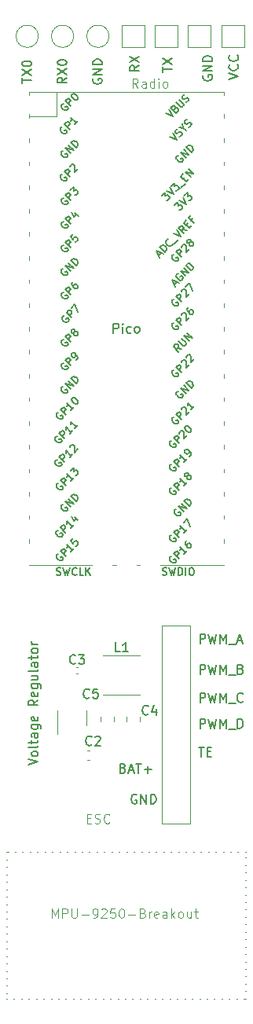
<source format=gbr>
%TF.GenerationSoftware,KiCad,Pcbnew,7.0.8*%
%TF.CreationDate,2024-02-25T19:01:47-05:00*%
%TF.ProjectId,P2,50322e6b-6963-4616-945f-706362585858,rev?*%
%TF.SameCoordinates,Original*%
%TF.FileFunction,Legend,Top*%
%TF.FilePolarity,Positive*%
%FSLAX46Y46*%
G04 Gerber Fmt 4.6, Leading zero omitted, Abs format (unit mm)*
G04 Created by KiCad (PCBNEW 7.0.8) date 2024-02-25 19:01:47*
%MOMM*%
%LPD*%
G01*
G04 APERTURE LIST*
%ADD10C,0.150000*%
%ADD11C,0.100000*%
%ADD12C,0.120000*%
%ADD13C,0.200000*%
G04 APERTURE END LIST*
D10*
X150974588Y-116519438D02*
X150879350Y-116471819D01*
X150879350Y-116471819D02*
X150736493Y-116471819D01*
X150736493Y-116471819D02*
X150593636Y-116519438D01*
X150593636Y-116519438D02*
X150498398Y-116614676D01*
X150498398Y-116614676D02*
X150450779Y-116709914D01*
X150450779Y-116709914D02*
X150403160Y-116900390D01*
X150403160Y-116900390D02*
X150403160Y-117043247D01*
X150403160Y-117043247D02*
X150450779Y-117233723D01*
X150450779Y-117233723D02*
X150498398Y-117328961D01*
X150498398Y-117328961D02*
X150593636Y-117424200D01*
X150593636Y-117424200D02*
X150736493Y-117471819D01*
X150736493Y-117471819D02*
X150831731Y-117471819D01*
X150831731Y-117471819D02*
X150974588Y-117424200D01*
X150974588Y-117424200D02*
X151022207Y-117376580D01*
X151022207Y-117376580D02*
X151022207Y-117043247D01*
X151022207Y-117043247D02*
X150831731Y-117043247D01*
X151450779Y-117471819D02*
X151450779Y-116471819D01*
X151450779Y-116471819D02*
X152022207Y-117471819D01*
X152022207Y-117471819D02*
X152022207Y-116471819D01*
X152498398Y-117471819D02*
X152498398Y-116471819D01*
X152498398Y-116471819D02*
X152736493Y-116471819D01*
X152736493Y-116471819D02*
X152879350Y-116519438D01*
X152879350Y-116519438D02*
X152974588Y-116614676D01*
X152974588Y-116614676D02*
X153022207Y-116709914D01*
X153022207Y-116709914D02*
X153069826Y-116900390D01*
X153069826Y-116900390D02*
X153069826Y-117043247D01*
X153069826Y-117043247D02*
X153022207Y-117233723D01*
X153022207Y-117233723D02*
X152974588Y-117328961D01*
X152974588Y-117328961D02*
X152879350Y-117424200D01*
X152879350Y-117424200D02*
X152736493Y-117471819D01*
X152736493Y-117471819D02*
X152498398Y-117471819D01*
X157816779Y-109343819D02*
X157816779Y-108343819D01*
X157816779Y-108343819D02*
X158197731Y-108343819D01*
X158197731Y-108343819D02*
X158292969Y-108391438D01*
X158292969Y-108391438D02*
X158340588Y-108439057D01*
X158340588Y-108439057D02*
X158388207Y-108534295D01*
X158388207Y-108534295D02*
X158388207Y-108677152D01*
X158388207Y-108677152D02*
X158340588Y-108772390D01*
X158340588Y-108772390D02*
X158292969Y-108820009D01*
X158292969Y-108820009D02*
X158197731Y-108867628D01*
X158197731Y-108867628D02*
X157816779Y-108867628D01*
X158721541Y-108343819D02*
X158959636Y-109343819D01*
X158959636Y-109343819D02*
X159150112Y-108629533D01*
X159150112Y-108629533D02*
X159340588Y-109343819D01*
X159340588Y-109343819D02*
X159578684Y-108343819D01*
X159959636Y-109343819D02*
X159959636Y-108343819D01*
X159959636Y-108343819D02*
X160292969Y-109058104D01*
X160292969Y-109058104D02*
X160626302Y-108343819D01*
X160626302Y-108343819D02*
X160626302Y-109343819D01*
X160864398Y-109439057D02*
X161626302Y-109439057D01*
X161864398Y-109343819D02*
X161864398Y-108343819D01*
X161864398Y-108343819D02*
X162102493Y-108343819D01*
X162102493Y-108343819D02*
X162245350Y-108391438D01*
X162245350Y-108391438D02*
X162340588Y-108486676D01*
X162340588Y-108486676D02*
X162388207Y-108581914D01*
X162388207Y-108581914D02*
X162435826Y-108772390D01*
X162435826Y-108772390D02*
X162435826Y-108915247D01*
X162435826Y-108915247D02*
X162388207Y-109105723D01*
X162388207Y-109105723D02*
X162340588Y-109200961D01*
X162340588Y-109200961D02*
X162245350Y-109296200D01*
X162245350Y-109296200D02*
X162102493Y-109343819D01*
X162102493Y-109343819D02*
X161864398Y-109343819D01*
X149514112Y-113646009D02*
X149656969Y-113693628D01*
X149656969Y-113693628D02*
X149704588Y-113741247D01*
X149704588Y-113741247D02*
X149752207Y-113836485D01*
X149752207Y-113836485D02*
X149752207Y-113979342D01*
X149752207Y-113979342D02*
X149704588Y-114074580D01*
X149704588Y-114074580D02*
X149656969Y-114122200D01*
X149656969Y-114122200D02*
X149561731Y-114169819D01*
X149561731Y-114169819D02*
X149180779Y-114169819D01*
X149180779Y-114169819D02*
X149180779Y-113169819D01*
X149180779Y-113169819D02*
X149514112Y-113169819D01*
X149514112Y-113169819D02*
X149609350Y-113217438D01*
X149609350Y-113217438D02*
X149656969Y-113265057D01*
X149656969Y-113265057D02*
X149704588Y-113360295D01*
X149704588Y-113360295D02*
X149704588Y-113455533D01*
X149704588Y-113455533D02*
X149656969Y-113550771D01*
X149656969Y-113550771D02*
X149609350Y-113598390D01*
X149609350Y-113598390D02*
X149514112Y-113646009D01*
X149514112Y-113646009D02*
X149180779Y-113646009D01*
X150133160Y-113884104D02*
X150609350Y-113884104D01*
X150037922Y-114169819D02*
X150371255Y-113169819D01*
X150371255Y-113169819D02*
X150704588Y-114169819D01*
X150895065Y-113169819D02*
X151466493Y-113169819D01*
X151180779Y-114169819D02*
X151180779Y-113169819D01*
X151799827Y-113788866D02*
X152561732Y-113788866D01*
X152180779Y-114169819D02*
X152180779Y-113407914D01*
X157816779Y-100199819D02*
X157816779Y-99199819D01*
X157816779Y-99199819D02*
X158197731Y-99199819D01*
X158197731Y-99199819D02*
X158292969Y-99247438D01*
X158292969Y-99247438D02*
X158340588Y-99295057D01*
X158340588Y-99295057D02*
X158388207Y-99390295D01*
X158388207Y-99390295D02*
X158388207Y-99533152D01*
X158388207Y-99533152D02*
X158340588Y-99628390D01*
X158340588Y-99628390D02*
X158292969Y-99676009D01*
X158292969Y-99676009D02*
X158197731Y-99723628D01*
X158197731Y-99723628D02*
X157816779Y-99723628D01*
X158721541Y-99199819D02*
X158959636Y-100199819D01*
X158959636Y-100199819D02*
X159150112Y-99485533D01*
X159150112Y-99485533D02*
X159340588Y-100199819D01*
X159340588Y-100199819D02*
X159578684Y-99199819D01*
X159959636Y-100199819D02*
X159959636Y-99199819D01*
X159959636Y-99199819D02*
X160292969Y-99914104D01*
X160292969Y-99914104D02*
X160626302Y-99199819D01*
X160626302Y-99199819D02*
X160626302Y-100199819D01*
X160864398Y-100295057D02*
X161626302Y-100295057D01*
X161816779Y-99914104D02*
X162292969Y-99914104D01*
X161721541Y-100199819D02*
X162054874Y-99199819D01*
X162054874Y-99199819D02*
X162388207Y-100199819D01*
X151253819Y-37953792D02*
X150777628Y-38287125D01*
X151253819Y-38525220D02*
X150253819Y-38525220D01*
X150253819Y-38525220D02*
X150253819Y-38144268D01*
X150253819Y-38144268D02*
X150301438Y-38049030D01*
X150301438Y-38049030D02*
X150349057Y-38001411D01*
X150349057Y-38001411D02*
X150444295Y-37953792D01*
X150444295Y-37953792D02*
X150587152Y-37953792D01*
X150587152Y-37953792D02*
X150682390Y-38001411D01*
X150682390Y-38001411D02*
X150730009Y-38049030D01*
X150730009Y-38049030D02*
X150777628Y-38144268D01*
X150777628Y-38144268D02*
X150777628Y-38525220D01*
X150253819Y-37620458D02*
X151253819Y-36953792D01*
X150253819Y-36953792D02*
X151253819Y-37620458D01*
X157816779Y-103501819D02*
X157816779Y-102501819D01*
X157816779Y-102501819D02*
X158197731Y-102501819D01*
X158197731Y-102501819D02*
X158292969Y-102549438D01*
X158292969Y-102549438D02*
X158340588Y-102597057D01*
X158340588Y-102597057D02*
X158388207Y-102692295D01*
X158388207Y-102692295D02*
X158388207Y-102835152D01*
X158388207Y-102835152D02*
X158340588Y-102930390D01*
X158340588Y-102930390D02*
X158292969Y-102978009D01*
X158292969Y-102978009D02*
X158197731Y-103025628D01*
X158197731Y-103025628D02*
X157816779Y-103025628D01*
X158721541Y-102501819D02*
X158959636Y-103501819D01*
X158959636Y-103501819D02*
X159150112Y-102787533D01*
X159150112Y-102787533D02*
X159340588Y-103501819D01*
X159340588Y-103501819D02*
X159578684Y-102501819D01*
X159959636Y-103501819D02*
X159959636Y-102501819D01*
X159959636Y-102501819D02*
X160292969Y-103216104D01*
X160292969Y-103216104D02*
X160626302Y-102501819D01*
X160626302Y-102501819D02*
X160626302Y-103501819D01*
X160864398Y-103597057D02*
X161626302Y-103597057D01*
X162197731Y-102978009D02*
X162340588Y-103025628D01*
X162340588Y-103025628D02*
X162388207Y-103073247D01*
X162388207Y-103073247D02*
X162435826Y-103168485D01*
X162435826Y-103168485D02*
X162435826Y-103311342D01*
X162435826Y-103311342D02*
X162388207Y-103406580D01*
X162388207Y-103406580D02*
X162340588Y-103454200D01*
X162340588Y-103454200D02*
X162245350Y-103501819D01*
X162245350Y-103501819D02*
X161864398Y-103501819D01*
X161864398Y-103501819D02*
X161864398Y-102501819D01*
X161864398Y-102501819D02*
X162197731Y-102501819D01*
X162197731Y-102501819D02*
X162292969Y-102549438D01*
X162292969Y-102549438D02*
X162340588Y-102597057D01*
X162340588Y-102597057D02*
X162388207Y-102692295D01*
X162388207Y-102692295D02*
X162388207Y-102787533D01*
X162388207Y-102787533D02*
X162340588Y-102882771D01*
X162340588Y-102882771D02*
X162292969Y-102930390D01*
X162292969Y-102930390D02*
X162197731Y-102978009D01*
X162197731Y-102978009D02*
X161864398Y-102978009D01*
X153809819Y-38668077D02*
X153809819Y-38096649D01*
X154809819Y-38382363D02*
X153809819Y-38382363D01*
X153809819Y-37858553D02*
X154809819Y-37191887D01*
X153809819Y-37191887D02*
X154809819Y-37858553D01*
X160921819Y-39430077D02*
X161921819Y-39096744D01*
X161921819Y-39096744D02*
X160921819Y-38763411D01*
X161826580Y-37858649D02*
X161874200Y-37906268D01*
X161874200Y-37906268D02*
X161921819Y-38049125D01*
X161921819Y-38049125D02*
X161921819Y-38144363D01*
X161921819Y-38144363D02*
X161874200Y-38287220D01*
X161874200Y-38287220D02*
X161778961Y-38382458D01*
X161778961Y-38382458D02*
X161683723Y-38430077D01*
X161683723Y-38430077D02*
X161493247Y-38477696D01*
X161493247Y-38477696D02*
X161350390Y-38477696D01*
X161350390Y-38477696D02*
X161159914Y-38430077D01*
X161159914Y-38430077D02*
X161064676Y-38382458D01*
X161064676Y-38382458D02*
X160969438Y-38287220D01*
X160969438Y-38287220D02*
X160921819Y-38144363D01*
X160921819Y-38144363D02*
X160921819Y-38049125D01*
X160921819Y-38049125D02*
X160969438Y-37906268D01*
X160969438Y-37906268D02*
X161017057Y-37858649D01*
X161826580Y-36858649D02*
X161874200Y-36906268D01*
X161874200Y-36906268D02*
X161921819Y-37049125D01*
X161921819Y-37049125D02*
X161921819Y-37144363D01*
X161921819Y-37144363D02*
X161874200Y-37287220D01*
X161874200Y-37287220D02*
X161778961Y-37382458D01*
X161778961Y-37382458D02*
X161683723Y-37430077D01*
X161683723Y-37430077D02*
X161493247Y-37477696D01*
X161493247Y-37477696D02*
X161350390Y-37477696D01*
X161350390Y-37477696D02*
X161159914Y-37430077D01*
X161159914Y-37430077D02*
X161064676Y-37382458D01*
X161064676Y-37382458D02*
X160969438Y-37287220D01*
X160969438Y-37287220D02*
X160921819Y-37144363D01*
X160921819Y-37144363D02*
X160921819Y-37049125D01*
X160921819Y-37049125D02*
X160969438Y-36906268D01*
X160969438Y-36906268D02*
X161017057Y-36858649D01*
X157816779Y-106549819D02*
X157816779Y-105549819D01*
X157816779Y-105549819D02*
X158197731Y-105549819D01*
X158197731Y-105549819D02*
X158292969Y-105597438D01*
X158292969Y-105597438D02*
X158340588Y-105645057D01*
X158340588Y-105645057D02*
X158388207Y-105740295D01*
X158388207Y-105740295D02*
X158388207Y-105883152D01*
X158388207Y-105883152D02*
X158340588Y-105978390D01*
X158340588Y-105978390D02*
X158292969Y-106026009D01*
X158292969Y-106026009D02*
X158197731Y-106073628D01*
X158197731Y-106073628D02*
X157816779Y-106073628D01*
X158721541Y-105549819D02*
X158959636Y-106549819D01*
X158959636Y-106549819D02*
X159150112Y-105835533D01*
X159150112Y-105835533D02*
X159340588Y-106549819D01*
X159340588Y-106549819D02*
X159578684Y-105549819D01*
X159959636Y-106549819D02*
X159959636Y-105549819D01*
X159959636Y-105549819D02*
X160292969Y-106264104D01*
X160292969Y-106264104D02*
X160626302Y-105549819D01*
X160626302Y-105549819D02*
X160626302Y-106549819D01*
X160864398Y-106645057D02*
X161626302Y-106645057D01*
X162435826Y-106454580D02*
X162388207Y-106502200D01*
X162388207Y-106502200D02*
X162245350Y-106549819D01*
X162245350Y-106549819D02*
X162150112Y-106549819D01*
X162150112Y-106549819D02*
X162007255Y-106502200D01*
X162007255Y-106502200D02*
X161912017Y-106406961D01*
X161912017Y-106406961D02*
X161864398Y-106311723D01*
X161864398Y-106311723D02*
X161816779Y-106121247D01*
X161816779Y-106121247D02*
X161816779Y-105978390D01*
X161816779Y-105978390D02*
X161864398Y-105787914D01*
X161864398Y-105787914D02*
X161912017Y-105692676D01*
X161912017Y-105692676D02*
X162007255Y-105597438D01*
X162007255Y-105597438D02*
X162150112Y-105549819D01*
X162150112Y-105549819D02*
X162245350Y-105549819D01*
X162245350Y-105549819D02*
X162388207Y-105597438D01*
X162388207Y-105597438D02*
X162435826Y-105645057D01*
X158175438Y-39017411D02*
X158127819Y-39112649D01*
X158127819Y-39112649D02*
X158127819Y-39255506D01*
X158127819Y-39255506D02*
X158175438Y-39398363D01*
X158175438Y-39398363D02*
X158270676Y-39493601D01*
X158270676Y-39493601D02*
X158365914Y-39541220D01*
X158365914Y-39541220D02*
X158556390Y-39588839D01*
X158556390Y-39588839D02*
X158699247Y-39588839D01*
X158699247Y-39588839D02*
X158889723Y-39541220D01*
X158889723Y-39541220D02*
X158984961Y-39493601D01*
X158984961Y-39493601D02*
X159080200Y-39398363D01*
X159080200Y-39398363D02*
X159127819Y-39255506D01*
X159127819Y-39255506D02*
X159127819Y-39160268D01*
X159127819Y-39160268D02*
X159080200Y-39017411D01*
X159080200Y-39017411D02*
X159032580Y-38969792D01*
X159032580Y-38969792D02*
X158699247Y-38969792D01*
X158699247Y-38969792D02*
X158699247Y-39160268D01*
X159127819Y-38541220D02*
X158127819Y-38541220D01*
X158127819Y-38541220D02*
X159127819Y-37969792D01*
X159127819Y-37969792D02*
X158127819Y-37969792D01*
X159127819Y-37493601D02*
X158127819Y-37493601D01*
X158127819Y-37493601D02*
X158127819Y-37255506D01*
X158127819Y-37255506D02*
X158175438Y-37112649D01*
X158175438Y-37112649D02*
X158270676Y-37017411D01*
X158270676Y-37017411D02*
X158365914Y-36969792D01*
X158365914Y-36969792D02*
X158556390Y-36922173D01*
X158556390Y-36922173D02*
X158699247Y-36922173D01*
X158699247Y-36922173D02*
X158889723Y-36969792D01*
X158889723Y-36969792D02*
X158984961Y-37017411D01*
X158984961Y-37017411D02*
X159080200Y-37112649D01*
X159080200Y-37112649D02*
X159127819Y-37255506D01*
X159127819Y-37255506D02*
X159127819Y-37493601D01*
X157673922Y-111391819D02*
X158245350Y-111391819D01*
X157959636Y-112391819D02*
X157959636Y-111391819D01*
X158578684Y-111868009D02*
X158912017Y-111868009D01*
X159054874Y-112391819D02*
X158578684Y-112391819D01*
X158578684Y-112391819D02*
X158578684Y-111391819D01*
X158578684Y-111391819D02*
X159054874Y-111391819D01*
X138646819Y-39846094D02*
X138646819Y-39274666D01*
X139646819Y-39560380D02*
X138646819Y-39560380D01*
X138646819Y-39036570D02*
X139646819Y-38369904D01*
X138646819Y-38369904D02*
X139646819Y-39036570D01*
X138646819Y-37798475D02*
X138646819Y-37703237D01*
X138646819Y-37703237D02*
X138694438Y-37607999D01*
X138694438Y-37607999D02*
X138742057Y-37560380D01*
X138742057Y-37560380D02*
X138837295Y-37512761D01*
X138837295Y-37512761D02*
X139027771Y-37465142D01*
X139027771Y-37465142D02*
X139265866Y-37465142D01*
X139265866Y-37465142D02*
X139456342Y-37512761D01*
X139456342Y-37512761D02*
X139551580Y-37560380D01*
X139551580Y-37560380D02*
X139599200Y-37607999D01*
X139599200Y-37607999D02*
X139646819Y-37703237D01*
X139646819Y-37703237D02*
X139646819Y-37798475D01*
X139646819Y-37798475D02*
X139599200Y-37893713D01*
X139599200Y-37893713D02*
X139551580Y-37941332D01*
X139551580Y-37941332D02*
X139456342Y-37988951D01*
X139456342Y-37988951D02*
X139265866Y-38036570D01*
X139265866Y-38036570D02*
X139027771Y-38036570D01*
X139027771Y-38036570D02*
X138837295Y-37988951D01*
X138837295Y-37988951D02*
X138742057Y-37941332D01*
X138742057Y-37941332D02*
X138694438Y-37893713D01*
X138694438Y-37893713D02*
X138646819Y-37798475D01*
X149209333Y-101086819D02*
X148733143Y-101086819D01*
X148733143Y-101086819D02*
X148733143Y-100086819D01*
X150066476Y-101086819D02*
X149495048Y-101086819D01*
X149780762Y-101086819D02*
X149780762Y-100086819D01*
X149780762Y-100086819D02*
X149685524Y-100229676D01*
X149685524Y-100229676D02*
X149590286Y-100324914D01*
X149590286Y-100324914D02*
X149495048Y-100372533D01*
X148479048Y-66748819D02*
X148479048Y-65748819D01*
X148479048Y-65748819D02*
X148860000Y-65748819D01*
X148860000Y-65748819D02*
X148955238Y-65796438D01*
X148955238Y-65796438D02*
X149002857Y-65844057D01*
X149002857Y-65844057D02*
X149050476Y-65939295D01*
X149050476Y-65939295D02*
X149050476Y-66082152D01*
X149050476Y-66082152D02*
X149002857Y-66177390D01*
X149002857Y-66177390D02*
X148955238Y-66225009D01*
X148955238Y-66225009D02*
X148860000Y-66272628D01*
X148860000Y-66272628D02*
X148479048Y-66272628D01*
X149479048Y-66748819D02*
X149479048Y-66082152D01*
X149479048Y-65748819D02*
X149431429Y-65796438D01*
X149431429Y-65796438D02*
X149479048Y-65844057D01*
X149479048Y-65844057D02*
X149526667Y-65796438D01*
X149526667Y-65796438D02*
X149479048Y-65748819D01*
X149479048Y-65748819D02*
X149479048Y-65844057D01*
X150383809Y-66701200D02*
X150288571Y-66748819D01*
X150288571Y-66748819D02*
X150098095Y-66748819D01*
X150098095Y-66748819D02*
X150002857Y-66701200D01*
X150002857Y-66701200D02*
X149955238Y-66653580D01*
X149955238Y-66653580D02*
X149907619Y-66558342D01*
X149907619Y-66558342D02*
X149907619Y-66272628D01*
X149907619Y-66272628D02*
X149955238Y-66177390D01*
X149955238Y-66177390D02*
X150002857Y-66129771D01*
X150002857Y-66129771D02*
X150098095Y-66082152D01*
X150098095Y-66082152D02*
X150288571Y-66082152D01*
X150288571Y-66082152D02*
X150383809Y-66129771D01*
X150955238Y-66748819D02*
X150860000Y-66701200D01*
X150860000Y-66701200D02*
X150812381Y-66653580D01*
X150812381Y-66653580D02*
X150764762Y-66558342D01*
X150764762Y-66558342D02*
X150764762Y-66272628D01*
X150764762Y-66272628D02*
X150812381Y-66177390D01*
X150812381Y-66177390D02*
X150860000Y-66129771D01*
X150860000Y-66129771D02*
X150955238Y-66082152D01*
X150955238Y-66082152D02*
X151098095Y-66082152D01*
X151098095Y-66082152D02*
X151193333Y-66129771D01*
X151193333Y-66129771D02*
X151240952Y-66177390D01*
X151240952Y-66177390D02*
X151288571Y-66272628D01*
X151288571Y-66272628D02*
X151288571Y-66558342D01*
X151288571Y-66558342D02*
X151240952Y-66653580D01*
X151240952Y-66653580D02*
X151193333Y-66701200D01*
X151193333Y-66701200D02*
X151098095Y-66748819D01*
X151098095Y-66748819D02*
X150955238Y-66748819D01*
X142407998Y-80400868D02*
X142327185Y-80427805D01*
X142327185Y-80427805D02*
X142246373Y-80508618D01*
X142246373Y-80508618D02*
X142192498Y-80616367D01*
X142192498Y-80616367D02*
X142192498Y-80724117D01*
X142192498Y-80724117D02*
X142219436Y-80804929D01*
X142219436Y-80804929D02*
X142300248Y-80939616D01*
X142300248Y-80939616D02*
X142381060Y-81020428D01*
X142381060Y-81020428D02*
X142515747Y-81101241D01*
X142515747Y-81101241D02*
X142596560Y-81128178D01*
X142596560Y-81128178D02*
X142704309Y-81128178D01*
X142704309Y-81128178D02*
X142812059Y-81074303D01*
X142812059Y-81074303D02*
X142865934Y-81020428D01*
X142865934Y-81020428D02*
X142919808Y-80912679D01*
X142919808Y-80912679D02*
X142919808Y-80858804D01*
X142919808Y-80858804D02*
X142731247Y-80670242D01*
X142731247Y-80670242D02*
X142623497Y-80777992D01*
X143216120Y-80670242D02*
X142650434Y-80104557D01*
X142650434Y-80104557D02*
X142865934Y-79889057D01*
X142865934Y-79889057D02*
X142946746Y-79862120D01*
X142946746Y-79862120D02*
X143000621Y-79862120D01*
X143000621Y-79862120D02*
X143081433Y-79889057D01*
X143081433Y-79889057D02*
X143162245Y-79969870D01*
X143162245Y-79969870D02*
X143189182Y-80050682D01*
X143189182Y-80050682D02*
X143189182Y-80104557D01*
X143189182Y-80104557D02*
X143162245Y-80185369D01*
X143162245Y-80185369D02*
X142946746Y-80400868D01*
X144078117Y-79808245D02*
X143754868Y-80131494D01*
X143916492Y-79969870D02*
X143350807Y-79404184D01*
X143350807Y-79404184D02*
X143377744Y-79538871D01*
X143377744Y-79538871D02*
X143377744Y-79646621D01*
X143377744Y-79646621D02*
X143350807Y-79727433D01*
X143781805Y-79080935D02*
X143781805Y-79027060D01*
X143781805Y-79027060D02*
X143808743Y-78946248D01*
X143808743Y-78946248D02*
X143943430Y-78811561D01*
X143943430Y-78811561D02*
X144024242Y-78784624D01*
X144024242Y-78784624D02*
X144078117Y-78784624D01*
X144078117Y-78784624D02*
X144158929Y-78811561D01*
X144158929Y-78811561D02*
X144212804Y-78865436D01*
X144212804Y-78865436D02*
X144266679Y-78973186D01*
X144266679Y-78973186D02*
X144266679Y-79619683D01*
X144266679Y-79619683D02*
X144616865Y-79269497D01*
X155084123Y-53020868D02*
X155434309Y-52670682D01*
X155434309Y-52670682D02*
X155461247Y-53074743D01*
X155461247Y-53074743D02*
X155542059Y-52993931D01*
X155542059Y-52993931D02*
X155622871Y-52966993D01*
X155622871Y-52966993D02*
X155676746Y-52966993D01*
X155676746Y-52966993D02*
X155757558Y-52993931D01*
X155757558Y-52993931D02*
X155892245Y-53128618D01*
X155892245Y-53128618D02*
X155919182Y-53209430D01*
X155919182Y-53209430D02*
X155919182Y-53263305D01*
X155919182Y-53263305D02*
X155892245Y-53344117D01*
X155892245Y-53344117D02*
X155730621Y-53505741D01*
X155730621Y-53505741D02*
X155649808Y-53532679D01*
X155649808Y-53532679D02*
X155595934Y-53532679D01*
X155595934Y-52509057D02*
X156350181Y-52886181D01*
X156350181Y-52886181D02*
X155973057Y-52131934D01*
X156107744Y-51997247D02*
X156457930Y-51647061D01*
X156457930Y-51647061D02*
X156484868Y-52051122D01*
X156484868Y-52051122D02*
X156565680Y-51970309D01*
X156565680Y-51970309D02*
X156646492Y-51943372D01*
X156646492Y-51943372D02*
X156700367Y-51943372D01*
X156700367Y-51943372D02*
X156781179Y-51970309D01*
X156781179Y-51970309D02*
X156915866Y-52104996D01*
X156915866Y-52104996D02*
X156942804Y-52185809D01*
X156942804Y-52185809D02*
X156942804Y-52239683D01*
X156942804Y-52239683D02*
X156915866Y-52320496D01*
X156915866Y-52320496D02*
X156754242Y-52482120D01*
X156754242Y-52482120D02*
X156673430Y-52509057D01*
X156673430Y-52509057D02*
X156619555Y-52509057D01*
X142977372Y-44561494D02*
X142896560Y-44588431D01*
X142896560Y-44588431D02*
X142815748Y-44669243D01*
X142815748Y-44669243D02*
X142761873Y-44776993D01*
X142761873Y-44776993D02*
X142761873Y-44884742D01*
X142761873Y-44884742D02*
X142788810Y-44965555D01*
X142788810Y-44965555D02*
X142869623Y-45100242D01*
X142869623Y-45100242D02*
X142950435Y-45181054D01*
X142950435Y-45181054D02*
X143085122Y-45261866D01*
X143085122Y-45261866D02*
X143165934Y-45288803D01*
X143165934Y-45288803D02*
X143273684Y-45288803D01*
X143273684Y-45288803D02*
X143381433Y-45234929D01*
X143381433Y-45234929D02*
X143435308Y-45181054D01*
X143435308Y-45181054D02*
X143489183Y-45073304D01*
X143489183Y-45073304D02*
X143489183Y-45019429D01*
X143489183Y-45019429D02*
X143300621Y-44830868D01*
X143300621Y-44830868D02*
X143192871Y-44938617D01*
X143785494Y-44830868D02*
X143219809Y-44265182D01*
X143219809Y-44265182D02*
X143435308Y-44049683D01*
X143435308Y-44049683D02*
X143516120Y-44022746D01*
X143516120Y-44022746D02*
X143569995Y-44022746D01*
X143569995Y-44022746D02*
X143650807Y-44049683D01*
X143650807Y-44049683D02*
X143731619Y-44130495D01*
X143731619Y-44130495D02*
X143758557Y-44211307D01*
X143758557Y-44211307D02*
X143758557Y-44265182D01*
X143758557Y-44265182D02*
X143731619Y-44345994D01*
X143731619Y-44345994D02*
X143516120Y-44561494D01*
X144647491Y-43968871D02*
X144324242Y-44292120D01*
X144485867Y-44130495D02*
X143920181Y-43564810D01*
X143920181Y-43564810D02*
X143947119Y-43699497D01*
X143947119Y-43699497D02*
X143947119Y-43807246D01*
X143947119Y-43807246D02*
X143920181Y-43888059D01*
X155037873Y-61543240D02*
X155307247Y-61273866D01*
X155145623Y-61758739D02*
X154768499Y-61004492D01*
X154768499Y-61004492D02*
X155522746Y-61381615D01*
X155468871Y-60357994D02*
X155388059Y-60384932D01*
X155388059Y-60384932D02*
X155307247Y-60465744D01*
X155307247Y-60465744D02*
X155253372Y-60573494D01*
X155253372Y-60573494D02*
X155253372Y-60681243D01*
X155253372Y-60681243D02*
X155280310Y-60762055D01*
X155280310Y-60762055D02*
X155361122Y-60896742D01*
X155361122Y-60896742D02*
X155441934Y-60977555D01*
X155441934Y-60977555D02*
X155576621Y-61058367D01*
X155576621Y-61058367D02*
X155657433Y-61085304D01*
X155657433Y-61085304D02*
X155765183Y-61085304D01*
X155765183Y-61085304D02*
X155872932Y-61031429D01*
X155872932Y-61031429D02*
X155926807Y-60977555D01*
X155926807Y-60977555D02*
X155980682Y-60869805D01*
X155980682Y-60869805D02*
X155980682Y-60815930D01*
X155980682Y-60815930D02*
X155792120Y-60627368D01*
X155792120Y-60627368D02*
X155684371Y-60735118D01*
X156276993Y-60627368D02*
X155711308Y-60061683D01*
X155711308Y-60061683D02*
X156600242Y-60304120D01*
X156600242Y-60304120D02*
X156034557Y-59738434D01*
X156869616Y-60034746D02*
X156303931Y-59469060D01*
X156303931Y-59469060D02*
X156438618Y-59334373D01*
X156438618Y-59334373D02*
X156546367Y-59280498D01*
X156546367Y-59280498D02*
X156654117Y-59280498D01*
X156654117Y-59280498D02*
X156734929Y-59307436D01*
X156734929Y-59307436D02*
X156869616Y-59388248D01*
X156869616Y-59388248D02*
X156950428Y-59469060D01*
X156950428Y-59469060D02*
X157031241Y-59603747D01*
X157031241Y-59603747D02*
X157058178Y-59684560D01*
X157058178Y-59684560D02*
X157058178Y-59792309D01*
X157058178Y-59792309D02*
X157004303Y-59900059D01*
X157004303Y-59900059D02*
X156869616Y-60034746D01*
X143077372Y-54731494D02*
X142996560Y-54758431D01*
X142996560Y-54758431D02*
X142915748Y-54839243D01*
X142915748Y-54839243D02*
X142861873Y-54946993D01*
X142861873Y-54946993D02*
X142861873Y-55054742D01*
X142861873Y-55054742D02*
X142888810Y-55135555D01*
X142888810Y-55135555D02*
X142969623Y-55270242D01*
X142969623Y-55270242D02*
X143050435Y-55351054D01*
X143050435Y-55351054D02*
X143185122Y-55431866D01*
X143185122Y-55431866D02*
X143265934Y-55458803D01*
X143265934Y-55458803D02*
X143373684Y-55458803D01*
X143373684Y-55458803D02*
X143481433Y-55404929D01*
X143481433Y-55404929D02*
X143535308Y-55351054D01*
X143535308Y-55351054D02*
X143589183Y-55243304D01*
X143589183Y-55243304D02*
X143589183Y-55189429D01*
X143589183Y-55189429D02*
X143400621Y-55000868D01*
X143400621Y-55000868D02*
X143292871Y-55108617D01*
X143885494Y-55000868D02*
X143319809Y-54435182D01*
X143319809Y-54435182D02*
X143535308Y-54219683D01*
X143535308Y-54219683D02*
X143616120Y-54192746D01*
X143616120Y-54192746D02*
X143669995Y-54192746D01*
X143669995Y-54192746D02*
X143750807Y-54219683D01*
X143750807Y-54219683D02*
X143831619Y-54300495D01*
X143831619Y-54300495D02*
X143858557Y-54381307D01*
X143858557Y-54381307D02*
X143858557Y-54435182D01*
X143858557Y-54435182D02*
X143831619Y-54515994D01*
X143831619Y-54515994D02*
X143616120Y-54731494D01*
X144316493Y-53815622D02*
X144693616Y-54192746D01*
X143966306Y-53734810D02*
X144235680Y-54273558D01*
X144235680Y-54273558D02*
X144585867Y-53923372D01*
X143077372Y-69971494D02*
X142996560Y-69998431D01*
X142996560Y-69998431D02*
X142915748Y-70079243D01*
X142915748Y-70079243D02*
X142861873Y-70186993D01*
X142861873Y-70186993D02*
X142861873Y-70294742D01*
X142861873Y-70294742D02*
X142888810Y-70375555D01*
X142888810Y-70375555D02*
X142969623Y-70510242D01*
X142969623Y-70510242D02*
X143050435Y-70591054D01*
X143050435Y-70591054D02*
X143185122Y-70671866D01*
X143185122Y-70671866D02*
X143265934Y-70698803D01*
X143265934Y-70698803D02*
X143373684Y-70698803D01*
X143373684Y-70698803D02*
X143481433Y-70644929D01*
X143481433Y-70644929D02*
X143535308Y-70591054D01*
X143535308Y-70591054D02*
X143589183Y-70483304D01*
X143589183Y-70483304D02*
X143589183Y-70429429D01*
X143589183Y-70429429D02*
X143400621Y-70240868D01*
X143400621Y-70240868D02*
X143292871Y-70348617D01*
X143885494Y-70240868D02*
X143319809Y-69675182D01*
X143319809Y-69675182D02*
X143535308Y-69459683D01*
X143535308Y-69459683D02*
X143616120Y-69432746D01*
X143616120Y-69432746D02*
X143669995Y-69432746D01*
X143669995Y-69432746D02*
X143750807Y-69459683D01*
X143750807Y-69459683D02*
X143831619Y-69540495D01*
X143831619Y-69540495D02*
X143858557Y-69621307D01*
X143858557Y-69621307D02*
X143858557Y-69675182D01*
X143858557Y-69675182D02*
X143831619Y-69755994D01*
X143831619Y-69755994D02*
X143616120Y-69971494D01*
X144478117Y-69648245D02*
X144585867Y-69540495D01*
X144585867Y-69540495D02*
X144612804Y-69459683D01*
X144612804Y-69459683D02*
X144612804Y-69405808D01*
X144612804Y-69405808D02*
X144585867Y-69271121D01*
X144585867Y-69271121D02*
X144505054Y-69136434D01*
X144505054Y-69136434D02*
X144289555Y-68920935D01*
X144289555Y-68920935D02*
X144208743Y-68893998D01*
X144208743Y-68893998D02*
X144154868Y-68893998D01*
X144154868Y-68893998D02*
X144074056Y-68920935D01*
X144074056Y-68920935D02*
X143966306Y-69028685D01*
X143966306Y-69028685D02*
X143939369Y-69109497D01*
X143939369Y-69109497D02*
X143939369Y-69163372D01*
X143939369Y-69163372D02*
X143966306Y-69244184D01*
X143966306Y-69244184D02*
X144100993Y-69378871D01*
X144100993Y-69378871D02*
X144181806Y-69405808D01*
X144181806Y-69405808D02*
X144235680Y-69405808D01*
X144235680Y-69405808D02*
X144316493Y-69378871D01*
X144316493Y-69378871D02*
X144424242Y-69271121D01*
X144424242Y-69271121D02*
X144451180Y-69190309D01*
X144451180Y-69190309D02*
X144451180Y-69136434D01*
X144451180Y-69136434D02*
X144424242Y-69055622D01*
X143077372Y-42031494D02*
X142996560Y-42058431D01*
X142996560Y-42058431D02*
X142915748Y-42139243D01*
X142915748Y-42139243D02*
X142861873Y-42246993D01*
X142861873Y-42246993D02*
X142861873Y-42354742D01*
X142861873Y-42354742D02*
X142888810Y-42435555D01*
X142888810Y-42435555D02*
X142969623Y-42570242D01*
X142969623Y-42570242D02*
X143050435Y-42651054D01*
X143050435Y-42651054D02*
X143185122Y-42731866D01*
X143185122Y-42731866D02*
X143265934Y-42758803D01*
X143265934Y-42758803D02*
X143373684Y-42758803D01*
X143373684Y-42758803D02*
X143481433Y-42704929D01*
X143481433Y-42704929D02*
X143535308Y-42651054D01*
X143535308Y-42651054D02*
X143589183Y-42543304D01*
X143589183Y-42543304D02*
X143589183Y-42489429D01*
X143589183Y-42489429D02*
X143400621Y-42300868D01*
X143400621Y-42300868D02*
X143292871Y-42408617D01*
X143885494Y-42300868D02*
X143319809Y-41735182D01*
X143319809Y-41735182D02*
X143535308Y-41519683D01*
X143535308Y-41519683D02*
X143616120Y-41492746D01*
X143616120Y-41492746D02*
X143669995Y-41492746D01*
X143669995Y-41492746D02*
X143750807Y-41519683D01*
X143750807Y-41519683D02*
X143831619Y-41600495D01*
X143831619Y-41600495D02*
X143858557Y-41681307D01*
X143858557Y-41681307D02*
X143858557Y-41735182D01*
X143858557Y-41735182D02*
X143831619Y-41815994D01*
X143831619Y-41815994D02*
X143616120Y-42031494D01*
X143993244Y-41061747D02*
X144047119Y-41007872D01*
X144047119Y-41007872D02*
X144127931Y-40980935D01*
X144127931Y-40980935D02*
X144181806Y-40980935D01*
X144181806Y-40980935D02*
X144262618Y-41007872D01*
X144262618Y-41007872D02*
X144397305Y-41088685D01*
X144397305Y-41088685D02*
X144531992Y-41223372D01*
X144531992Y-41223372D02*
X144612804Y-41358059D01*
X144612804Y-41358059D02*
X144639741Y-41438871D01*
X144639741Y-41438871D02*
X144639741Y-41492746D01*
X144639741Y-41492746D02*
X144612804Y-41573558D01*
X144612804Y-41573558D02*
X144558929Y-41627433D01*
X144558929Y-41627433D02*
X144478117Y-41654370D01*
X144478117Y-41654370D02*
X144424242Y-41654370D01*
X144424242Y-41654370D02*
X144343430Y-41627433D01*
X144343430Y-41627433D02*
X144208743Y-41546620D01*
X144208743Y-41546620D02*
X144074056Y-41411933D01*
X144074056Y-41411933D02*
X143993244Y-41277246D01*
X143993244Y-41277246D02*
X143966306Y-41196434D01*
X143966306Y-41196434D02*
X143966306Y-41142559D01*
X143966306Y-41142559D02*
X143993244Y-41061747D01*
X143077372Y-52191494D02*
X142996560Y-52218431D01*
X142996560Y-52218431D02*
X142915748Y-52299243D01*
X142915748Y-52299243D02*
X142861873Y-52406993D01*
X142861873Y-52406993D02*
X142861873Y-52514742D01*
X142861873Y-52514742D02*
X142888810Y-52595555D01*
X142888810Y-52595555D02*
X142969623Y-52730242D01*
X142969623Y-52730242D02*
X143050435Y-52811054D01*
X143050435Y-52811054D02*
X143185122Y-52891866D01*
X143185122Y-52891866D02*
X143265934Y-52918803D01*
X143265934Y-52918803D02*
X143373684Y-52918803D01*
X143373684Y-52918803D02*
X143481433Y-52864929D01*
X143481433Y-52864929D02*
X143535308Y-52811054D01*
X143535308Y-52811054D02*
X143589183Y-52703304D01*
X143589183Y-52703304D02*
X143589183Y-52649429D01*
X143589183Y-52649429D02*
X143400621Y-52460868D01*
X143400621Y-52460868D02*
X143292871Y-52568617D01*
X143885494Y-52460868D02*
X143319809Y-51895182D01*
X143319809Y-51895182D02*
X143535308Y-51679683D01*
X143535308Y-51679683D02*
X143616120Y-51652746D01*
X143616120Y-51652746D02*
X143669995Y-51652746D01*
X143669995Y-51652746D02*
X143750807Y-51679683D01*
X143750807Y-51679683D02*
X143831619Y-51760495D01*
X143831619Y-51760495D02*
X143858557Y-51841307D01*
X143858557Y-51841307D02*
X143858557Y-51895182D01*
X143858557Y-51895182D02*
X143831619Y-51975994D01*
X143831619Y-51975994D02*
X143616120Y-52191494D01*
X143831619Y-51383372D02*
X144181806Y-51033185D01*
X144181806Y-51033185D02*
X144208743Y-51437246D01*
X144208743Y-51437246D02*
X144289555Y-51356434D01*
X144289555Y-51356434D02*
X144370367Y-51329497D01*
X144370367Y-51329497D02*
X144424242Y-51329497D01*
X144424242Y-51329497D02*
X144505054Y-51356434D01*
X144505054Y-51356434D02*
X144639741Y-51491121D01*
X144639741Y-51491121D02*
X144666679Y-51571933D01*
X144666679Y-51571933D02*
X144666679Y-51625808D01*
X144666679Y-51625808D02*
X144639741Y-51706620D01*
X144639741Y-51706620D02*
X144478117Y-51868245D01*
X144478117Y-51868245D02*
X144397305Y-51895182D01*
X144397305Y-51895182D02*
X144343430Y-51895182D01*
X154983998Y-65650868D02*
X154903185Y-65677805D01*
X154903185Y-65677805D02*
X154822373Y-65758618D01*
X154822373Y-65758618D02*
X154768498Y-65866367D01*
X154768498Y-65866367D02*
X154768498Y-65974117D01*
X154768498Y-65974117D02*
X154795436Y-66054929D01*
X154795436Y-66054929D02*
X154876248Y-66189616D01*
X154876248Y-66189616D02*
X154957060Y-66270428D01*
X154957060Y-66270428D02*
X155091747Y-66351241D01*
X155091747Y-66351241D02*
X155172560Y-66378178D01*
X155172560Y-66378178D02*
X155280309Y-66378178D01*
X155280309Y-66378178D02*
X155388059Y-66324303D01*
X155388059Y-66324303D02*
X155441934Y-66270428D01*
X155441934Y-66270428D02*
X155495808Y-66162679D01*
X155495808Y-66162679D02*
X155495808Y-66108804D01*
X155495808Y-66108804D02*
X155307247Y-65920242D01*
X155307247Y-65920242D02*
X155199497Y-66027992D01*
X155792120Y-65920242D02*
X155226434Y-65354557D01*
X155226434Y-65354557D02*
X155441934Y-65139057D01*
X155441934Y-65139057D02*
X155522746Y-65112120D01*
X155522746Y-65112120D02*
X155576621Y-65112120D01*
X155576621Y-65112120D02*
X155657433Y-65139057D01*
X155657433Y-65139057D02*
X155738245Y-65219870D01*
X155738245Y-65219870D02*
X155765182Y-65300682D01*
X155765182Y-65300682D02*
X155765182Y-65354557D01*
X155765182Y-65354557D02*
X155738245Y-65435369D01*
X155738245Y-65435369D02*
X155522746Y-65650868D01*
X155819057Y-64869683D02*
X155819057Y-64815809D01*
X155819057Y-64815809D02*
X155845995Y-64734996D01*
X155845995Y-64734996D02*
X155980682Y-64600309D01*
X155980682Y-64600309D02*
X156061494Y-64573372D01*
X156061494Y-64573372D02*
X156115369Y-64573372D01*
X156115369Y-64573372D02*
X156196181Y-64600309D01*
X156196181Y-64600309D02*
X156250056Y-64654184D01*
X156250056Y-64654184D02*
X156303930Y-64761934D01*
X156303930Y-64761934D02*
X156303930Y-65408431D01*
X156303930Y-65408431D02*
X156654117Y-65058245D01*
X156573305Y-64007686D02*
X156465555Y-64115436D01*
X156465555Y-64115436D02*
X156438618Y-64196248D01*
X156438618Y-64196248D02*
X156438618Y-64250123D01*
X156438618Y-64250123D02*
X156465555Y-64384810D01*
X156465555Y-64384810D02*
X156546367Y-64519497D01*
X156546367Y-64519497D02*
X156761866Y-64734996D01*
X156761866Y-64734996D02*
X156842679Y-64761934D01*
X156842679Y-64761934D02*
X156896553Y-64761934D01*
X156896553Y-64761934D02*
X156977366Y-64734996D01*
X156977366Y-64734996D02*
X157085115Y-64627247D01*
X157085115Y-64627247D02*
X157112053Y-64546434D01*
X157112053Y-64546434D02*
X157112053Y-64492560D01*
X157112053Y-64492560D02*
X157085115Y-64411747D01*
X157085115Y-64411747D02*
X156950428Y-64277060D01*
X156950428Y-64277060D02*
X156869616Y-64250123D01*
X156869616Y-64250123D02*
X156815741Y-64250123D01*
X156815741Y-64250123D02*
X156734929Y-64277060D01*
X156734929Y-64277060D02*
X156627179Y-64384810D01*
X156627179Y-64384810D02*
X156600242Y-64465622D01*
X156600242Y-64465622D02*
X156600242Y-64519497D01*
X156600242Y-64519497D02*
X156627179Y-64600309D01*
X143050435Y-47138431D02*
X142969623Y-47165368D01*
X142969623Y-47165368D02*
X142888811Y-47246180D01*
X142888811Y-47246180D02*
X142834936Y-47353930D01*
X142834936Y-47353930D02*
X142834936Y-47461680D01*
X142834936Y-47461680D02*
X142861873Y-47542492D01*
X142861873Y-47542492D02*
X142942685Y-47677179D01*
X142942685Y-47677179D02*
X143023498Y-47757991D01*
X143023498Y-47757991D02*
X143158185Y-47838803D01*
X143158185Y-47838803D02*
X143238997Y-47865741D01*
X143238997Y-47865741D02*
X143346746Y-47865741D01*
X143346746Y-47865741D02*
X143454496Y-47811866D01*
X143454496Y-47811866D02*
X143508371Y-47757991D01*
X143508371Y-47757991D02*
X143562246Y-47650241D01*
X143562246Y-47650241D02*
X143562246Y-47596367D01*
X143562246Y-47596367D02*
X143373684Y-47407805D01*
X143373684Y-47407805D02*
X143265934Y-47515554D01*
X143858557Y-47407805D02*
X143292872Y-46842119D01*
X143292872Y-46842119D02*
X144181806Y-47084556D01*
X144181806Y-47084556D02*
X143616120Y-46518871D01*
X144451180Y-46815182D02*
X143885494Y-46249497D01*
X143885494Y-46249497D02*
X144020181Y-46114810D01*
X144020181Y-46114810D02*
X144127931Y-46060935D01*
X144127931Y-46060935D02*
X144235680Y-46060935D01*
X144235680Y-46060935D02*
X144316493Y-46087872D01*
X144316493Y-46087872D02*
X144451180Y-46168685D01*
X144451180Y-46168685D02*
X144531992Y-46249497D01*
X144531992Y-46249497D02*
X144612804Y-46384184D01*
X144612804Y-46384184D02*
X144639741Y-46464996D01*
X144639741Y-46464996D02*
X144639741Y-46572746D01*
X144639741Y-46572746D02*
X144585867Y-46680495D01*
X144585867Y-46680495D02*
X144451180Y-46815182D01*
X155480435Y-47628431D02*
X155399623Y-47655368D01*
X155399623Y-47655368D02*
X155318811Y-47736180D01*
X155318811Y-47736180D02*
X155264936Y-47843930D01*
X155264936Y-47843930D02*
X155264936Y-47951680D01*
X155264936Y-47951680D02*
X155291873Y-48032492D01*
X155291873Y-48032492D02*
X155372685Y-48167179D01*
X155372685Y-48167179D02*
X155453498Y-48247991D01*
X155453498Y-48247991D02*
X155588185Y-48328803D01*
X155588185Y-48328803D02*
X155668997Y-48355741D01*
X155668997Y-48355741D02*
X155776746Y-48355741D01*
X155776746Y-48355741D02*
X155884496Y-48301866D01*
X155884496Y-48301866D02*
X155938371Y-48247991D01*
X155938371Y-48247991D02*
X155992246Y-48140241D01*
X155992246Y-48140241D02*
X155992246Y-48086367D01*
X155992246Y-48086367D02*
X155803684Y-47897805D01*
X155803684Y-47897805D02*
X155695934Y-48005554D01*
X156288557Y-47897805D02*
X155722872Y-47332119D01*
X155722872Y-47332119D02*
X156611806Y-47574556D01*
X156611806Y-47574556D02*
X156046120Y-47008871D01*
X156881180Y-47305182D02*
X156315494Y-46739497D01*
X156315494Y-46739497D02*
X156450181Y-46604810D01*
X156450181Y-46604810D02*
X156557931Y-46550935D01*
X156557931Y-46550935D02*
X156665680Y-46550935D01*
X156665680Y-46550935D02*
X156746493Y-46577872D01*
X156746493Y-46577872D02*
X156881180Y-46658685D01*
X156881180Y-46658685D02*
X156961992Y-46739497D01*
X156961992Y-46739497D02*
X157042804Y-46874184D01*
X157042804Y-46874184D02*
X157069741Y-46954996D01*
X157069741Y-46954996D02*
X157069741Y-47062746D01*
X157069741Y-47062746D02*
X157015867Y-47170495D01*
X157015867Y-47170495D02*
X156881180Y-47305182D01*
X154745998Y-78368868D02*
X154665185Y-78395805D01*
X154665185Y-78395805D02*
X154584373Y-78476618D01*
X154584373Y-78476618D02*
X154530498Y-78584367D01*
X154530498Y-78584367D02*
X154530498Y-78692117D01*
X154530498Y-78692117D02*
X154557436Y-78772929D01*
X154557436Y-78772929D02*
X154638248Y-78907616D01*
X154638248Y-78907616D02*
X154719060Y-78988428D01*
X154719060Y-78988428D02*
X154853747Y-79069241D01*
X154853747Y-79069241D02*
X154934560Y-79096178D01*
X154934560Y-79096178D02*
X155042309Y-79096178D01*
X155042309Y-79096178D02*
X155150059Y-79042303D01*
X155150059Y-79042303D02*
X155203934Y-78988428D01*
X155203934Y-78988428D02*
X155257808Y-78880679D01*
X155257808Y-78880679D02*
X155257808Y-78826804D01*
X155257808Y-78826804D02*
X155069247Y-78638242D01*
X155069247Y-78638242D02*
X154961497Y-78745992D01*
X155554120Y-78638242D02*
X154988434Y-78072557D01*
X154988434Y-78072557D02*
X155203934Y-77857057D01*
X155203934Y-77857057D02*
X155284746Y-77830120D01*
X155284746Y-77830120D02*
X155338621Y-77830120D01*
X155338621Y-77830120D02*
X155419433Y-77857057D01*
X155419433Y-77857057D02*
X155500245Y-77937870D01*
X155500245Y-77937870D02*
X155527182Y-78018682D01*
X155527182Y-78018682D02*
X155527182Y-78072557D01*
X155527182Y-78072557D02*
X155500245Y-78153369D01*
X155500245Y-78153369D02*
X155284746Y-78368868D01*
X155581057Y-77587683D02*
X155581057Y-77533809D01*
X155581057Y-77533809D02*
X155607995Y-77452996D01*
X155607995Y-77452996D02*
X155742682Y-77318309D01*
X155742682Y-77318309D02*
X155823494Y-77291372D01*
X155823494Y-77291372D02*
X155877369Y-77291372D01*
X155877369Y-77291372D02*
X155958181Y-77318309D01*
X155958181Y-77318309D02*
X156012056Y-77372184D01*
X156012056Y-77372184D02*
X156065930Y-77479934D01*
X156065930Y-77479934D02*
X156065930Y-78126431D01*
X156065930Y-78126431D02*
X156416117Y-77776245D01*
X156200618Y-76860373D02*
X156254492Y-76806499D01*
X156254492Y-76806499D02*
X156335305Y-76779561D01*
X156335305Y-76779561D02*
X156389179Y-76779561D01*
X156389179Y-76779561D02*
X156469992Y-76806499D01*
X156469992Y-76806499D02*
X156604679Y-76887311D01*
X156604679Y-76887311D02*
X156739366Y-77021998D01*
X156739366Y-77021998D02*
X156820178Y-77156685D01*
X156820178Y-77156685D02*
X156847115Y-77237497D01*
X156847115Y-77237497D02*
X156847115Y-77291372D01*
X156847115Y-77291372D02*
X156820178Y-77372184D01*
X156820178Y-77372184D02*
X156766303Y-77426059D01*
X156766303Y-77426059D02*
X156685491Y-77452996D01*
X156685491Y-77452996D02*
X156631616Y-77452996D01*
X156631616Y-77452996D02*
X156550804Y-77426059D01*
X156550804Y-77426059D02*
X156416117Y-77345247D01*
X156416117Y-77345247D02*
X156281430Y-77210560D01*
X156281430Y-77210560D02*
X156200618Y-77075873D01*
X156200618Y-77075873D02*
X156173680Y-76995060D01*
X156173680Y-76995060D02*
X156173680Y-76941186D01*
X156173680Y-76941186D02*
X156200618Y-76860373D01*
X153764761Y-92818200D02*
X153879047Y-92856295D01*
X153879047Y-92856295D02*
X154069523Y-92856295D01*
X154069523Y-92856295D02*
X154145714Y-92818200D01*
X154145714Y-92818200D02*
X154183809Y-92780104D01*
X154183809Y-92780104D02*
X154221904Y-92703914D01*
X154221904Y-92703914D02*
X154221904Y-92627723D01*
X154221904Y-92627723D02*
X154183809Y-92551533D01*
X154183809Y-92551533D02*
X154145714Y-92513438D01*
X154145714Y-92513438D02*
X154069523Y-92475342D01*
X154069523Y-92475342D02*
X153917142Y-92437247D01*
X153917142Y-92437247D02*
X153840952Y-92399152D01*
X153840952Y-92399152D02*
X153802857Y-92361057D01*
X153802857Y-92361057D02*
X153764761Y-92284866D01*
X153764761Y-92284866D02*
X153764761Y-92208676D01*
X153764761Y-92208676D02*
X153802857Y-92132485D01*
X153802857Y-92132485D02*
X153840952Y-92094390D01*
X153840952Y-92094390D02*
X153917142Y-92056295D01*
X153917142Y-92056295D02*
X154107619Y-92056295D01*
X154107619Y-92056295D02*
X154221904Y-92094390D01*
X154488571Y-92056295D02*
X154679047Y-92856295D01*
X154679047Y-92856295D02*
X154831428Y-92284866D01*
X154831428Y-92284866D02*
X154983809Y-92856295D01*
X154983809Y-92856295D02*
X155174286Y-92056295D01*
X155479048Y-92856295D02*
X155479048Y-92056295D01*
X155479048Y-92056295D02*
X155669524Y-92056295D01*
X155669524Y-92056295D02*
X155783810Y-92094390D01*
X155783810Y-92094390D02*
X155860000Y-92170580D01*
X155860000Y-92170580D02*
X155898095Y-92246771D01*
X155898095Y-92246771D02*
X155936191Y-92399152D01*
X155936191Y-92399152D02*
X155936191Y-92513438D01*
X155936191Y-92513438D02*
X155898095Y-92665819D01*
X155898095Y-92665819D02*
X155860000Y-92742009D01*
X155860000Y-92742009D02*
X155783810Y-92818200D01*
X155783810Y-92818200D02*
X155669524Y-92856295D01*
X155669524Y-92856295D02*
X155479048Y-92856295D01*
X156279048Y-92856295D02*
X156279048Y-92056295D01*
X156812381Y-92056295D02*
X156964762Y-92056295D01*
X156964762Y-92056295D02*
X157040952Y-92094390D01*
X157040952Y-92094390D02*
X157117143Y-92170580D01*
X157117143Y-92170580D02*
X157155238Y-92322961D01*
X157155238Y-92322961D02*
X157155238Y-92589628D01*
X157155238Y-92589628D02*
X157117143Y-92742009D01*
X157117143Y-92742009D02*
X157040952Y-92818200D01*
X157040952Y-92818200D02*
X156964762Y-92856295D01*
X156964762Y-92856295D02*
X156812381Y-92856295D01*
X156812381Y-92856295D02*
X156736190Y-92818200D01*
X156736190Y-92818200D02*
X156660000Y-92742009D01*
X156660000Y-92742009D02*
X156621904Y-92589628D01*
X156621904Y-92589628D02*
X156621904Y-92322961D01*
X156621904Y-92322961D02*
X156660000Y-92170580D01*
X156660000Y-92170580D02*
X156736190Y-92094390D01*
X156736190Y-92094390D02*
X156812381Y-92056295D01*
X154101406Y-43057585D02*
X154855653Y-43434709D01*
X154855653Y-43434709D02*
X154478529Y-42680462D01*
X155125027Y-42572712D02*
X155232776Y-42518838D01*
X155232776Y-42518838D02*
X155286651Y-42518838D01*
X155286651Y-42518838D02*
X155367463Y-42545775D01*
X155367463Y-42545775D02*
X155448276Y-42626587D01*
X155448276Y-42626587D02*
X155475213Y-42707399D01*
X155475213Y-42707399D02*
X155475213Y-42761274D01*
X155475213Y-42761274D02*
X155448276Y-42842086D01*
X155448276Y-42842086D02*
X155232776Y-43057586D01*
X155232776Y-43057586D02*
X154667091Y-42491900D01*
X154667091Y-42491900D02*
X154855653Y-42303338D01*
X154855653Y-42303338D02*
X154936465Y-42276401D01*
X154936465Y-42276401D02*
X154990340Y-42276401D01*
X154990340Y-42276401D02*
X155071152Y-42303338D01*
X155071152Y-42303338D02*
X155125027Y-42357213D01*
X155125027Y-42357213D02*
X155151964Y-42438025D01*
X155151964Y-42438025D02*
X155151964Y-42491900D01*
X155151964Y-42491900D02*
X155125027Y-42572712D01*
X155125027Y-42572712D02*
X154936465Y-42761274D01*
X155232776Y-41926215D02*
X155690712Y-42384151D01*
X155690712Y-42384151D02*
X155771524Y-42411088D01*
X155771524Y-42411088D02*
X155825399Y-42411088D01*
X155825399Y-42411088D02*
X155906211Y-42384151D01*
X155906211Y-42384151D02*
X156013961Y-42276401D01*
X156013961Y-42276401D02*
X156040898Y-42195589D01*
X156040898Y-42195589D02*
X156040898Y-42141714D01*
X156040898Y-42141714D02*
X156013961Y-42060902D01*
X156013961Y-42060902D02*
X155556025Y-41602966D01*
X156337210Y-41899277D02*
X156444959Y-41845403D01*
X156444959Y-41845403D02*
X156579646Y-41710716D01*
X156579646Y-41710716D02*
X156606584Y-41629903D01*
X156606584Y-41629903D02*
X156606584Y-41576029D01*
X156606584Y-41576029D02*
X156579646Y-41495216D01*
X156579646Y-41495216D02*
X156525771Y-41441342D01*
X156525771Y-41441342D02*
X156444959Y-41414404D01*
X156444959Y-41414404D02*
X156391084Y-41414404D01*
X156391084Y-41414404D02*
X156310272Y-41441342D01*
X156310272Y-41441342D02*
X156175585Y-41522154D01*
X156175585Y-41522154D02*
X156094773Y-41549091D01*
X156094773Y-41549091D02*
X156040898Y-41549091D01*
X156040898Y-41549091D02*
X155960086Y-41522154D01*
X155960086Y-41522154D02*
X155906211Y-41468279D01*
X155906211Y-41468279D02*
X155879274Y-41387467D01*
X155879274Y-41387467D02*
X155879274Y-41333592D01*
X155879274Y-41333592D02*
X155906211Y-41252780D01*
X155906211Y-41252780D02*
X156040898Y-41118093D01*
X156040898Y-41118093D02*
X156148648Y-41064218D01*
X155242435Y-85746431D02*
X155161623Y-85773368D01*
X155161623Y-85773368D02*
X155080811Y-85854180D01*
X155080811Y-85854180D02*
X155026936Y-85961930D01*
X155026936Y-85961930D02*
X155026936Y-86069680D01*
X155026936Y-86069680D02*
X155053873Y-86150492D01*
X155053873Y-86150492D02*
X155134685Y-86285179D01*
X155134685Y-86285179D02*
X155215498Y-86365991D01*
X155215498Y-86365991D02*
X155350185Y-86446803D01*
X155350185Y-86446803D02*
X155430997Y-86473741D01*
X155430997Y-86473741D02*
X155538746Y-86473741D01*
X155538746Y-86473741D02*
X155646496Y-86419866D01*
X155646496Y-86419866D02*
X155700371Y-86365991D01*
X155700371Y-86365991D02*
X155754246Y-86258241D01*
X155754246Y-86258241D02*
X155754246Y-86204367D01*
X155754246Y-86204367D02*
X155565684Y-86015805D01*
X155565684Y-86015805D02*
X155457934Y-86123554D01*
X156050557Y-86015805D02*
X155484872Y-85450119D01*
X155484872Y-85450119D02*
X156373806Y-85692556D01*
X156373806Y-85692556D02*
X155808120Y-85126871D01*
X156643180Y-85423182D02*
X156077494Y-84857497D01*
X156077494Y-84857497D02*
X156212181Y-84722810D01*
X156212181Y-84722810D02*
X156319931Y-84668935D01*
X156319931Y-84668935D02*
X156427680Y-84668935D01*
X156427680Y-84668935D02*
X156508493Y-84695872D01*
X156508493Y-84695872D02*
X156643180Y-84776685D01*
X156643180Y-84776685D02*
X156723992Y-84857497D01*
X156723992Y-84857497D02*
X156804804Y-84992184D01*
X156804804Y-84992184D02*
X156831741Y-85072996D01*
X156831741Y-85072996D02*
X156831741Y-85180746D01*
X156831741Y-85180746D02*
X156777867Y-85288495D01*
X156777867Y-85288495D02*
X156643180Y-85423182D01*
X154745998Y-80908868D02*
X154665185Y-80935805D01*
X154665185Y-80935805D02*
X154584373Y-81016618D01*
X154584373Y-81016618D02*
X154530498Y-81124367D01*
X154530498Y-81124367D02*
X154530498Y-81232117D01*
X154530498Y-81232117D02*
X154557436Y-81312929D01*
X154557436Y-81312929D02*
X154638248Y-81447616D01*
X154638248Y-81447616D02*
X154719060Y-81528428D01*
X154719060Y-81528428D02*
X154853747Y-81609241D01*
X154853747Y-81609241D02*
X154934560Y-81636178D01*
X154934560Y-81636178D02*
X155042309Y-81636178D01*
X155042309Y-81636178D02*
X155150059Y-81582303D01*
X155150059Y-81582303D02*
X155203934Y-81528428D01*
X155203934Y-81528428D02*
X155257808Y-81420679D01*
X155257808Y-81420679D02*
X155257808Y-81366804D01*
X155257808Y-81366804D02*
X155069247Y-81178242D01*
X155069247Y-81178242D02*
X154961497Y-81285992D01*
X155554120Y-81178242D02*
X154988434Y-80612557D01*
X154988434Y-80612557D02*
X155203934Y-80397057D01*
X155203934Y-80397057D02*
X155284746Y-80370120D01*
X155284746Y-80370120D02*
X155338621Y-80370120D01*
X155338621Y-80370120D02*
X155419433Y-80397057D01*
X155419433Y-80397057D02*
X155500245Y-80477870D01*
X155500245Y-80477870D02*
X155527182Y-80558682D01*
X155527182Y-80558682D02*
X155527182Y-80612557D01*
X155527182Y-80612557D02*
X155500245Y-80693369D01*
X155500245Y-80693369D02*
X155284746Y-80908868D01*
X156416117Y-80316245D02*
X156092868Y-80639494D01*
X156254492Y-80477870D02*
X155688807Y-79912184D01*
X155688807Y-79912184D02*
X155715744Y-80046871D01*
X155715744Y-80046871D02*
X155715744Y-80154621D01*
X155715744Y-80154621D02*
X155688807Y-80235433D01*
X156685491Y-80046871D02*
X156793240Y-79939121D01*
X156793240Y-79939121D02*
X156820178Y-79858309D01*
X156820178Y-79858309D02*
X156820178Y-79804434D01*
X156820178Y-79804434D02*
X156793240Y-79669747D01*
X156793240Y-79669747D02*
X156712428Y-79535060D01*
X156712428Y-79535060D02*
X156496929Y-79319561D01*
X156496929Y-79319561D02*
X156416117Y-79292624D01*
X156416117Y-79292624D02*
X156362242Y-79292624D01*
X156362242Y-79292624D02*
X156281430Y-79319561D01*
X156281430Y-79319561D02*
X156173680Y-79427311D01*
X156173680Y-79427311D02*
X156146743Y-79508123D01*
X156146743Y-79508123D02*
X156146743Y-79561998D01*
X156146743Y-79561998D02*
X156173680Y-79642810D01*
X156173680Y-79642810D02*
X156308367Y-79777497D01*
X156308367Y-79777497D02*
X156389179Y-79804434D01*
X156389179Y-79804434D02*
X156443054Y-79804434D01*
X156443054Y-79804434D02*
X156523866Y-79777497D01*
X156523866Y-79777497D02*
X156631616Y-79669747D01*
X156631616Y-79669747D02*
X156658553Y-79588935D01*
X156658553Y-79588935D02*
X156658553Y-79535060D01*
X156658553Y-79535060D02*
X156631616Y-79454248D01*
X143077372Y-62351494D02*
X142996560Y-62378431D01*
X142996560Y-62378431D02*
X142915748Y-62459243D01*
X142915748Y-62459243D02*
X142861873Y-62566993D01*
X142861873Y-62566993D02*
X142861873Y-62674742D01*
X142861873Y-62674742D02*
X142888810Y-62755555D01*
X142888810Y-62755555D02*
X142969623Y-62890242D01*
X142969623Y-62890242D02*
X143050435Y-62971054D01*
X143050435Y-62971054D02*
X143185122Y-63051866D01*
X143185122Y-63051866D02*
X143265934Y-63078803D01*
X143265934Y-63078803D02*
X143373684Y-63078803D01*
X143373684Y-63078803D02*
X143481433Y-63024929D01*
X143481433Y-63024929D02*
X143535308Y-62971054D01*
X143535308Y-62971054D02*
X143589183Y-62863304D01*
X143589183Y-62863304D02*
X143589183Y-62809429D01*
X143589183Y-62809429D02*
X143400621Y-62620868D01*
X143400621Y-62620868D02*
X143292871Y-62728617D01*
X143885494Y-62620868D02*
X143319809Y-62055182D01*
X143319809Y-62055182D02*
X143535308Y-61839683D01*
X143535308Y-61839683D02*
X143616120Y-61812746D01*
X143616120Y-61812746D02*
X143669995Y-61812746D01*
X143669995Y-61812746D02*
X143750807Y-61839683D01*
X143750807Y-61839683D02*
X143831619Y-61920495D01*
X143831619Y-61920495D02*
X143858557Y-62001307D01*
X143858557Y-62001307D02*
X143858557Y-62055182D01*
X143858557Y-62055182D02*
X143831619Y-62135994D01*
X143831619Y-62135994D02*
X143616120Y-62351494D01*
X144127931Y-61247060D02*
X144020181Y-61354810D01*
X144020181Y-61354810D02*
X143993244Y-61435622D01*
X143993244Y-61435622D02*
X143993244Y-61489497D01*
X143993244Y-61489497D02*
X144020181Y-61624184D01*
X144020181Y-61624184D02*
X144100993Y-61758871D01*
X144100993Y-61758871D02*
X144316493Y-61974370D01*
X144316493Y-61974370D02*
X144397305Y-62001307D01*
X144397305Y-62001307D02*
X144451180Y-62001307D01*
X144451180Y-62001307D02*
X144531992Y-61974370D01*
X144531992Y-61974370D02*
X144639741Y-61866620D01*
X144639741Y-61866620D02*
X144666679Y-61785808D01*
X144666679Y-61785808D02*
X144666679Y-61731933D01*
X144666679Y-61731933D02*
X144639741Y-61651121D01*
X144639741Y-61651121D02*
X144505054Y-61516434D01*
X144505054Y-61516434D02*
X144424242Y-61489497D01*
X144424242Y-61489497D02*
X144370367Y-61489497D01*
X144370367Y-61489497D02*
X144289555Y-61516434D01*
X144289555Y-61516434D02*
X144181806Y-61624184D01*
X144181806Y-61624184D02*
X144154868Y-61704996D01*
X144154868Y-61704996D02*
X144154868Y-61758871D01*
X144154868Y-61758871D02*
X144181806Y-61839683D01*
X142553998Y-75320868D02*
X142473185Y-75347805D01*
X142473185Y-75347805D02*
X142392373Y-75428618D01*
X142392373Y-75428618D02*
X142338498Y-75536367D01*
X142338498Y-75536367D02*
X142338498Y-75644117D01*
X142338498Y-75644117D02*
X142365436Y-75724929D01*
X142365436Y-75724929D02*
X142446248Y-75859616D01*
X142446248Y-75859616D02*
X142527060Y-75940428D01*
X142527060Y-75940428D02*
X142661747Y-76021241D01*
X142661747Y-76021241D02*
X142742560Y-76048178D01*
X142742560Y-76048178D02*
X142850309Y-76048178D01*
X142850309Y-76048178D02*
X142958059Y-75994303D01*
X142958059Y-75994303D02*
X143011934Y-75940428D01*
X143011934Y-75940428D02*
X143065808Y-75832679D01*
X143065808Y-75832679D02*
X143065808Y-75778804D01*
X143065808Y-75778804D02*
X142877247Y-75590242D01*
X142877247Y-75590242D02*
X142769497Y-75697992D01*
X143362120Y-75590242D02*
X142796434Y-75024557D01*
X142796434Y-75024557D02*
X143011934Y-74809057D01*
X143011934Y-74809057D02*
X143092746Y-74782120D01*
X143092746Y-74782120D02*
X143146621Y-74782120D01*
X143146621Y-74782120D02*
X143227433Y-74809057D01*
X143227433Y-74809057D02*
X143308245Y-74889870D01*
X143308245Y-74889870D02*
X143335182Y-74970682D01*
X143335182Y-74970682D02*
X143335182Y-75024557D01*
X143335182Y-75024557D02*
X143308245Y-75105369D01*
X143308245Y-75105369D02*
X143092746Y-75320868D01*
X144224117Y-74728245D02*
X143900868Y-75051494D01*
X144062492Y-74889870D02*
X143496807Y-74324184D01*
X143496807Y-74324184D02*
X143523744Y-74458871D01*
X143523744Y-74458871D02*
X143523744Y-74566621D01*
X143523744Y-74566621D02*
X143496807Y-74647433D01*
X144008618Y-73812373D02*
X144062492Y-73758499D01*
X144062492Y-73758499D02*
X144143305Y-73731561D01*
X144143305Y-73731561D02*
X144197179Y-73731561D01*
X144197179Y-73731561D02*
X144277992Y-73758499D01*
X144277992Y-73758499D02*
X144412679Y-73839311D01*
X144412679Y-73839311D02*
X144547366Y-73973998D01*
X144547366Y-73973998D02*
X144628178Y-74108685D01*
X144628178Y-74108685D02*
X144655115Y-74189497D01*
X144655115Y-74189497D02*
X144655115Y-74243372D01*
X144655115Y-74243372D02*
X144628178Y-74324184D01*
X144628178Y-74324184D02*
X144574303Y-74378059D01*
X144574303Y-74378059D02*
X144493491Y-74404996D01*
X144493491Y-74404996D02*
X144439616Y-74404996D01*
X144439616Y-74404996D02*
X144358804Y-74378059D01*
X144358804Y-74378059D02*
X144224117Y-74297247D01*
X144224117Y-74297247D02*
X144089430Y-74162560D01*
X144089430Y-74162560D02*
X144008618Y-74027873D01*
X144008618Y-74027873D02*
X143981680Y-73947060D01*
X143981680Y-73947060D02*
X143981680Y-73893186D01*
X143981680Y-73893186D02*
X144008618Y-73812373D01*
X142407998Y-77860868D02*
X142327185Y-77887805D01*
X142327185Y-77887805D02*
X142246373Y-77968618D01*
X142246373Y-77968618D02*
X142192498Y-78076367D01*
X142192498Y-78076367D02*
X142192498Y-78184117D01*
X142192498Y-78184117D02*
X142219436Y-78264929D01*
X142219436Y-78264929D02*
X142300248Y-78399616D01*
X142300248Y-78399616D02*
X142381060Y-78480428D01*
X142381060Y-78480428D02*
X142515747Y-78561241D01*
X142515747Y-78561241D02*
X142596560Y-78588178D01*
X142596560Y-78588178D02*
X142704309Y-78588178D01*
X142704309Y-78588178D02*
X142812059Y-78534303D01*
X142812059Y-78534303D02*
X142865934Y-78480428D01*
X142865934Y-78480428D02*
X142919808Y-78372679D01*
X142919808Y-78372679D02*
X142919808Y-78318804D01*
X142919808Y-78318804D02*
X142731247Y-78130242D01*
X142731247Y-78130242D02*
X142623497Y-78237992D01*
X143216120Y-78130242D02*
X142650434Y-77564557D01*
X142650434Y-77564557D02*
X142865934Y-77349057D01*
X142865934Y-77349057D02*
X142946746Y-77322120D01*
X142946746Y-77322120D02*
X143000621Y-77322120D01*
X143000621Y-77322120D02*
X143081433Y-77349057D01*
X143081433Y-77349057D02*
X143162245Y-77429870D01*
X143162245Y-77429870D02*
X143189182Y-77510682D01*
X143189182Y-77510682D02*
X143189182Y-77564557D01*
X143189182Y-77564557D02*
X143162245Y-77645369D01*
X143162245Y-77645369D02*
X142946746Y-77860868D01*
X144078117Y-77268245D02*
X143754868Y-77591494D01*
X143916492Y-77429870D02*
X143350807Y-76864184D01*
X143350807Y-76864184D02*
X143377744Y-76998871D01*
X143377744Y-76998871D02*
X143377744Y-77106621D01*
X143377744Y-77106621D02*
X143350807Y-77187433D01*
X144616865Y-76729497D02*
X144293616Y-77052746D01*
X144455240Y-76891121D02*
X143889555Y-76325436D01*
X143889555Y-76325436D02*
X143916492Y-76460123D01*
X143916492Y-76460123D02*
X143916492Y-76567873D01*
X143916492Y-76567873D02*
X143889555Y-76648685D01*
X143050435Y-85238431D02*
X142969623Y-85265368D01*
X142969623Y-85265368D02*
X142888811Y-85346180D01*
X142888811Y-85346180D02*
X142834936Y-85453930D01*
X142834936Y-85453930D02*
X142834936Y-85561680D01*
X142834936Y-85561680D02*
X142861873Y-85642492D01*
X142861873Y-85642492D02*
X142942685Y-85777179D01*
X142942685Y-85777179D02*
X143023498Y-85857991D01*
X143023498Y-85857991D02*
X143158185Y-85938803D01*
X143158185Y-85938803D02*
X143238997Y-85965741D01*
X143238997Y-85965741D02*
X143346746Y-85965741D01*
X143346746Y-85965741D02*
X143454496Y-85911866D01*
X143454496Y-85911866D02*
X143508371Y-85857991D01*
X143508371Y-85857991D02*
X143562246Y-85750241D01*
X143562246Y-85750241D02*
X143562246Y-85696367D01*
X143562246Y-85696367D02*
X143373684Y-85507805D01*
X143373684Y-85507805D02*
X143265934Y-85615554D01*
X143858557Y-85507805D02*
X143292872Y-84942119D01*
X143292872Y-84942119D02*
X144181806Y-85184556D01*
X144181806Y-85184556D02*
X143616120Y-84618871D01*
X144451180Y-84915182D02*
X143885494Y-84349497D01*
X143885494Y-84349497D02*
X144020181Y-84214810D01*
X144020181Y-84214810D02*
X144127931Y-84160935D01*
X144127931Y-84160935D02*
X144235680Y-84160935D01*
X144235680Y-84160935D02*
X144316493Y-84187872D01*
X144316493Y-84187872D02*
X144451180Y-84268685D01*
X144451180Y-84268685D02*
X144531992Y-84349497D01*
X144531992Y-84349497D02*
X144612804Y-84484184D01*
X144612804Y-84484184D02*
X144639741Y-84564996D01*
X144639741Y-84564996D02*
X144639741Y-84672746D01*
X144639741Y-84672746D02*
X144585867Y-84780495D01*
X144585867Y-84780495D02*
X144451180Y-84915182D01*
X154745998Y-83448868D02*
X154665185Y-83475805D01*
X154665185Y-83475805D02*
X154584373Y-83556618D01*
X154584373Y-83556618D02*
X154530498Y-83664367D01*
X154530498Y-83664367D02*
X154530498Y-83772117D01*
X154530498Y-83772117D02*
X154557436Y-83852929D01*
X154557436Y-83852929D02*
X154638248Y-83987616D01*
X154638248Y-83987616D02*
X154719060Y-84068428D01*
X154719060Y-84068428D02*
X154853747Y-84149241D01*
X154853747Y-84149241D02*
X154934560Y-84176178D01*
X154934560Y-84176178D02*
X155042309Y-84176178D01*
X155042309Y-84176178D02*
X155150059Y-84122303D01*
X155150059Y-84122303D02*
X155203934Y-84068428D01*
X155203934Y-84068428D02*
X155257808Y-83960679D01*
X155257808Y-83960679D02*
X155257808Y-83906804D01*
X155257808Y-83906804D02*
X155069247Y-83718242D01*
X155069247Y-83718242D02*
X154961497Y-83825992D01*
X155554120Y-83718242D02*
X154988434Y-83152557D01*
X154988434Y-83152557D02*
X155203934Y-82937057D01*
X155203934Y-82937057D02*
X155284746Y-82910120D01*
X155284746Y-82910120D02*
X155338621Y-82910120D01*
X155338621Y-82910120D02*
X155419433Y-82937057D01*
X155419433Y-82937057D02*
X155500245Y-83017870D01*
X155500245Y-83017870D02*
X155527182Y-83098682D01*
X155527182Y-83098682D02*
X155527182Y-83152557D01*
X155527182Y-83152557D02*
X155500245Y-83233369D01*
X155500245Y-83233369D02*
X155284746Y-83448868D01*
X156416117Y-82856245D02*
X156092868Y-83179494D01*
X156254492Y-83017870D02*
X155688807Y-82452184D01*
X155688807Y-82452184D02*
X155715744Y-82586871D01*
X155715744Y-82586871D02*
X155715744Y-82694621D01*
X155715744Y-82694621D02*
X155688807Y-82775433D01*
X156416117Y-82209747D02*
X156335305Y-82236685D01*
X156335305Y-82236685D02*
X156281430Y-82236685D01*
X156281430Y-82236685D02*
X156200618Y-82209747D01*
X156200618Y-82209747D02*
X156173680Y-82182810D01*
X156173680Y-82182810D02*
X156146743Y-82101998D01*
X156146743Y-82101998D02*
X156146743Y-82048123D01*
X156146743Y-82048123D02*
X156173680Y-81967311D01*
X156173680Y-81967311D02*
X156281430Y-81859561D01*
X156281430Y-81859561D02*
X156362242Y-81832624D01*
X156362242Y-81832624D02*
X156416117Y-81832624D01*
X156416117Y-81832624D02*
X156496929Y-81859561D01*
X156496929Y-81859561D02*
X156523866Y-81886499D01*
X156523866Y-81886499D02*
X156550804Y-81967311D01*
X156550804Y-81967311D02*
X156550804Y-82021186D01*
X156550804Y-82021186D02*
X156523866Y-82101998D01*
X156523866Y-82101998D02*
X156416117Y-82209747D01*
X156416117Y-82209747D02*
X156389179Y-82290560D01*
X156389179Y-82290560D02*
X156389179Y-82344434D01*
X156389179Y-82344434D02*
X156416117Y-82425247D01*
X156416117Y-82425247D02*
X156523866Y-82532996D01*
X156523866Y-82532996D02*
X156604679Y-82559934D01*
X156604679Y-82559934D02*
X156658553Y-82559934D01*
X156658553Y-82559934D02*
X156739366Y-82532996D01*
X156739366Y-82532996D02*
X156847115Y-82425247D01*
X156847115Y-82425247D02*
X156874053Y-82344434D01*
X156874053Y-82344434D02*
X156874053Y-82290560D01*
X156874053Y-82290560D02*
X156847115Y-82209747D01*
X156847115Y-82209747D02*
X156739366Y-82101998D01*
X156739366Y-82101998D02*
X156658553Y-82075060D01*
X156658553Y-82075060D02*
X156604679Y-82075060D01*
X156604679Y-82075060D02*
X156523866Y-82101998D01*
X153670407Y-51958584D02*
X154020593Y-51608398D01*
X154020593Y-51608398D02*
X154047531Y-52012459D01*
X154047531Y-52012459D02*
X154128343Y-51931646D01*
X154128343Y-51931646D02*
X154209155Y-51904709D01*
X154209155Y-51904709D02*
X154263030Y-51904709D01*
X154263030Y-51904709D02*
X154343842Y-51931646D01*
X154343842Y-51931646D02*
X154478529Y-52066333D01*
X154478529Y-52066333D02*
X154505467Y-52147146D01*
X154505467Y-52147146D02*
X154505467Y-52201020D01*
X154505467Y-52201020D02*
X154478529Y-52281833D01*
X154478529Y-52281833D02*
X154316905Y-52443457D01*
X154316905Y-52443457D02*
X154236093Y-52470394D01*
X154236093Y-52470394D02*
X154182218Y-52470394D01*
X154182218Y-51446773D02*
X154936465Y-51823897D01*
X154936465Y-51823897D02*
X154559342Y-51069649D01*
X154694028Y-50934963D02*
X155044215Y-50584776D01*
X155044215Y-50584776D02*
X155071152Y-50988837D01*
X155071152Y-50988837D02*
X155151964Y-50908025D01*
X155151964Y-50908025D02*
X155232776Y-50881088D01*
X155232776Y-50881088D02*
X155286651Y-50881088D01*
X155286651Y-50881088D02*
X155367464Y-50908025D01*
X155367464Y-50908025D02*
X155502151Y-51042712D01*
X155502151Y-51042712D02*
X155529088Y-51123524D01*
X155529088Y-51123524D02*
X155529088Y-51177399D01*
X155529088Y-51177399D02*
X155502151Y-51258211D01*
X155502151Y-51258211D02*
X155340526Y-51419836D01*
X155340526Y-51419836D02*
X155259714Y-51446773D01*
X155259714Y-51446773D02*
X155205839Y-51446773D01*
X155771525Y-51096587D02*
X156202523Y-50665588D01*
X155987024Y-50180715D02*
X156175586Y-49992153D01*
X156552709Y-50207652D02*
X156283335Y-50477026D01*
X156283335Y-50477026D02*
X155717650Y-49911341D01*
X155717650Y-49911341D02*
X155987024Y-49641967D01*
X156795146Y-49965215D02*
X156229461Y-49399530D01*
X156229461Y-49399530D02*
X157118395Y-49641967D01*
X157118395Y-49641967D02*
X156552710Y-49076281D01*
X154999998Y-58302868D02*
X154919185Y-58329805D01*
X154919185Y-58329805D02*
X154838373Y-58410618D01*
X154838373Y-58410618D02*
X154784498Y-58518367D01*
X154784498Y-58518367D02*
X154784498Y-58626117D01*
X154784498Y-58626117D02*
X154811436Y-58706929D01*
X154811436Y-58706929D02*
X154892248Y-58841616D01*
X154892248Y-58841616D02*
X154973060Y-58922428D01*
X154973060Y-58922428D02*
X155107747Y-59003241D01*
X155107747Y-59003241D02*
X155188560Y-59030178D01*
X155188560Y-59030178D02*
X155296309Y-59030178D01*
X155296309Y-59030178D02*
X155404059Y-58976303D01*
X155404059Y-58976303D02*
X155457934Y-58922428D01*
X155457934Y-58922428D02*
X155511808Y-58814679D01*
X155511808Y-58814679D02*
X155511808Y-58760804D01*
X155511808Y-58760804D02*
X155323247Y-58572242D01*
X155323247Y-58572242D02*
X155215497Y-58679992D01*
X155808120Y-58572242D02*
X155242434Y-58006557D01*
X155242434Y-58006557D02*
X155457934Y-57791057D01*
X155457934Y-57791057D02*
X155538746Y-57764120D01*
X155538746Y-57764120D02*
X155592621Y-57764120D01*
X155592621Y-57764120D02*
X155673433Y-57791057D01*
X155673433Y-57791057D02*
X155754245Y-57871870D01*
X155754245Y-57871870D02*
X155781182Y-57952682D01*
X155781182Y-57952682D02*
X155781182Y-58006557D01*
X155781182Y-58006557D02*
X155754245Y-58087369D01*
X155754245Y-58087369D02*
X155538746Y-58302868D01*
X155835057Y-57521683D02*
X155835057Y-57467809D01*
X155835057Y-57467809D02*
X155861995Y-57386996D01*
X155861995Y-57386996D02*
X155996682Y-57252309D01*
X155996682Y-57252309D02*
X156077494Y-57225372D01*
X156077494Y-57225372D02*
X156131369Y-57225372D01*
X156131369Y-57225372D02*
X156212181Y-57252309D01*
X156212181Y-57252309D02*
X156266056Y-57306184D01*
X156266056Y-57306184D02*
X156319930Y-57413934D01*
X156319930Y-57413934D02*
X156319930Y-58060431D01*
X156319930Y-58060431D02*
X156670117Y-57710245D01*
X156670117Y-57063747D02*
X156589305Y-57090685D01*
X156589305Y-57090685D02*
X156535430Y-57090685D01*
X156535430Y-57090685D02*
X156454618Y-57063747D01*
X156454618Y-57063747D02*
X156427680Y-57036810D01*
X156427680Y-57036810D02*
X156400743Y-56955998D01*
X156400743Y-56955998D02*
X156400743Y-56902123D01*
X156400743Y-56902123D02*
X156427680Y-56821311D01*
X156427680Y-56821311D02*
X156535430Y-56713561D01*
X156535430Y-56713561D02*
X156616242Y-56686624D01*
X156616242Y-56686624D02*
X156670117Y-56686624D01*
X156670117Y-56686624D02*
X156750929Y-56713561D01*
X156750929Y-56713561D02*
X156777866Y-56740499D01*
X156777866Y-56740499D02*
X156804804Y-56821311D01*
X156804804Y-56821311D02*
X156804804Y-56875186D01*
X156804804Y-56875186D02*
X156777866Y-56955998D01*
X156777866Y-56955998D02*
X156670117Y-57063747D01*
X156670117Y-57063747D02*
X156643179Y-57144560D01*
X156643179Y-57144560D02*
X156643179Y-57198434D01*
X156643179Y-57198434D02*
X156670117Y-57279247D01*
X156670117Y-57279247D02*
X156777866Y-57386996D01*
X156777866Y-57386996D02*
X156858679Y-57413934D01*
X156858679Y-57413934D02*
X156912553Y-57413934D01*
X156912553Y-57413934D02*
X156993366Y-57386996D01*
X156993366Y-57386996D02*
X157101115Y-57279247D01*
X157101115Y-57279247D02*
X157128053Y-57198434D01*
X157128053Y-57198434D02*
X157128053Y-57144560D01*
X157128053Y-57144560D02*
X157101115Y-57063747D01*
X157101115Y-57063747D02*
X156993366Y-56955998D01*
X156993366Y-56955998D02*
X156912553Y-56929060D01*
X156912553Y-56929060D02*
X156858679Y-56929060D01*
X156858679Y-56929060D02*
X156777866Y-56955998D01*
X143177372Y-64861494D02*
X143096560Y-64888431D01*
X143096560Y-64888431D02*
X143015748Y-64969243D01*
X143015748Y-64969243D02*
X142961873Y-65076993D01*
X142961873Y-65076993D02*
X142961873Y-65184742D01*
X142961873Y-65184742D02*
X142988810Y-65265555D01*
X142988810Y-65265555D02*
X143069623Y-65400242D01*
X143069623Y-65400242D02*
X143150435Y-65481054D01*
X143150435Y-65481054D02*
X143285122Y-65561866D01*
X143285122Y-65561866D02*
X143365934Y-65588803D01*
X143365934Y-65588803D02*
X143473684Y-65588803D01*
X143473684Y-65588803D02*
X143581433Y-65534929D01*
X143581433Y-65534929D02*
X143635308Y-65481054D01*
X143635308Y-65481054D02*
X143689183Y-65373304D01*
X143689183Y-65373304D02*
X143689183Y-65319429D01*
X143689183Y-65319429D02*
X143500621Y-65130868D01*
X143500621Y-65130868D02*
X143392871Y-65238617D01*
X143985494Y-65130868D02*
X143419809Y-64565182D01*
X143419809Y-64565182D02*
X143635308Y-64349683D01*
X143635308Y-64349683D02*
X143716120Y-64322746D01*
X143716120Y-64322746D02*
X143769995Y-64322746D01*
X143769995Y-64322746D02*
X143850807Y-64349683D01*
X143850807Y-64349683D02*
X143931619Y-64430495D01*
X143931619Y-64430495D02*
X143958557Y-64511307D01*
X143958557Y-64511307D02*
X143958557Y-64565182D01*
X143958557Y-64565182D02*
X143931619Y-64645994D01*
X143931619Y-64645994D02*
X143716120Y-64861494D01*
X143931619Y-64053372D02*
X144308743Y-63676248D01*
X144308743Y-63676248D02*
X144631992Y-64484370D01*
X142553998Y-82940868D02*
X142473185Y-82967805D01*
X142473185Y-82967805D02*
X142392373Y-83048618D01*
X142392373Y-83048618D02*
X142338498Y-83156367D01*
X142338498Y-83156367D02*
X142338498Y-83264117D01*
X142338498Y-83264117D02*
X142365436Y-83344929D01*
X142365436Y-83344929D02*
X142446248Y-83479616D01*
X142446248Y-83479616D02*
X142527060Y-83560428D01*
X142527060Y-83560428D02*
X142661747Y-83641241D01*
X142661747Y-83641241D02*
X142742560Y-83668178D01*
X142742560Y-83668178D02*
X142850309Y-83668178D01*
X142850309Y-83668178D02*
X142958059Y-83614303D01*
X142958059Y-83614303D02*
X143011934Y-83560428D01*
X143011934Y-83560428D02*
X143065808Y-83452679D01*
X143065808Y-83452679D02*
X143065808Y-83398804D01*
X143065808Y-83398804D02*
X142877247Y-83210242D01*
X142877247Y-83210242D02*
X142769497Y-83317992D01*
X143362120Y-83210242D02*
X142796434Y-82644557D01*
X142796434Y-82644557D02*
X143011934Y-82429057D01*
X143011934Y-82429057D02*
X143092746Y-82402120D01*
X143092746Y-82402120D02*
X143146621Y-82402120D01*
X143146621Y-82402120D02*
X143227433Y-82429057D01*
X143227433Y-82429057D02*
X143308245Y-82509870D01*
X143308245Y-82509870D02*
X143335182Y-82590682D01*
X143335182Y-82590682D02*
X143335182Y-82644557D01*
X143335182Y-82644557D02*
X143308245Y-82725369D01*
X143308245Y-82725369D02*
X143092746Y-82940868D01*
X144224117Y-82348245D02*
X143900868Y-82671494D01*
X144062492Y-82509870D02*
X143496807Y-81944184D01*
X143496807Y-81944184D02*
X143523744Y-82078871D01*
X143523744Y-82078871D02*
X143523744Y-82186621D01*
X143523744Y-82186621D02*
X143496807Y-82267433D01*
X143846993Y-81593998D02*
X144197179Y-81243812D01*
X144197179Y-81243812D02*
X144224117Y-81647873D01*
X144224117Y-81647873D02*
X144304929Y-81567060D01*
X144304929Y-81567060D02*
X144385741Y-81540123D01*
X144385741Y-81540123D02*
X144439616Y-81540123D01*
X144439616Y-81540123D02*
X144520428Y-81567060D01*
X144520428Y-81567060D02*
X144655115Y-81701747D01*
X144655115Y-81701747D02*
X144682053Y-81782560D01*
X144682053Y-81782560D02*
X144682053Y-81836434D01*
X144682053Y-81836434D02*
X144655115Y-81917247D01*
X144655115Y-81917247D02*
X144493491Y-82078871D01*
X144493491Y-82078871D02*
X144412679Y-82105808D01*
X144412679Y-82105808D02*
X144358804Y-82105808D01*
X142507998Y-88020868D02*
X142427185Y-88047805D01*
X142427185Y-88047805D02*
X142346373Y-88128618D01*
X142346373Y-88128618D02*
X142292498Y-88236367D01*
X142292498Y-88236367D02*
X142292498Y-88344117D01*
X142292498Y-88344117D02*
X142319436Y-88424929D01*
X142319436Y-88424929D02*
X142400248Y-88559616D01*
X142400248Y-88559616D02*
X142481060Y-88640428D01*
X142481060Y-88640428D02*
X142615747Y-88721241D01*
X142615747Y-88721241D02*
X142696560Y-88748178D01*
X142696560Y-88748178D02*
X142804309Y-88748178D01*
X142804309Y-88748178D02*
X142912059Y-88694303D01*
X142912059Y-88694303D02*
X142965934Y-88640428D01*
X142965934Y-88640428D02*
X143019808Y-88532679D01*
X143019808Y-88532679D02*
X143019808Y-88478804D01*
X143019808Y-88478804D02*
X142831247Y-88290242D01*
X142831247Y-88290242D02*
X142723497Y-88397992D01*
X143316120Y-88290242D02*
X142750434Y-87724557D01*
X142750434Y-87724557D02*
X142965934Y-87509057D01*
X142965934Y-87509057D02*
X143046746Y-87482120D01*
X143046746Y-87482120D02*
X143100621Y-87482120D01*
X143100621Y-87482120D02*
X143181433Y-87509057D01*
X143181433Y-87509057D02*
X143262245Y-87589870D01*
X143262245Y-87589870D02*
X143289182Y-87670682D01*
X143289182Y-87670682D02*
X143289182Y-87724557D01*
X143289182Y-87724557D02*
X143262245Y-87805369D01*
X143262245Y-87805369D02*
X143046746Y-88020868D01*
X144178117Y-87428245D02*
X143854868Y-87751494D01*
X144016492Y-87589870D02*
X143450807Y-87024184D01*
X143450807Y-87024184D02*
X143477744Y-87158871D01*
X143477744Y-87158871D02*
X143477744Y-87266621D01*
X143477744Y-87266621D02*
X143450807Y-87347433D01*
X144285866Y-86566248D02*
X144662990Y-86943372D01*
X143935680Y-86485436D02*
X144205054Y-87024184D01*
X144205054Y-87024184D02*
X144555240Y-86673998D01*
X142350475Y-92818200D02*
X142464761Y-92856295D01*
X142464761Y-92856295D02*
X142655237Y-92856295D01*
X142655237Y-92856295D02*
X142731428Y-92818200D01*
X142731428Y-92818200D02*
X142769523Y-92780104D01*
X142769523Y-92780104D02*
X142807618Y-92703914D01*
X142807618Y-92703914D02*
X142807618Y-92627723D01*
X142807618Y-92627723D02*
X142769523Y-92551533D01*
X142769523Y-92551533D02*
X142731428Y-92513438D01*
X142731428Y-92513438D02*
X142655237Y-92475342D01*
X142655237Y-92475342D02*
X142502856Y-92437247D01*
X142502856Y-92437247D02*
X142426666Y-92399152D01*
X142426666Y-92399152D02*
X142388571Y-92361057D01*
X142388571Y-92361057D02*
X142350475Y-92284866D01*
X142350475Y-92284866D02*
X142350475Y-92208676D01*
X142350475Y-92208676D02*
X142388571Y-92132485D01*
X142388571Y-92132485D02*
X142426666Y-92094390D01*
X142426666Y-92094390D02*
X142502856Y-92056295D01*
X142502856Y-92056295D02*
X142693333Y-92056295D01*
X142693333Y-92056295D02*
X142807618Y-92094390D01*
X143074285Y-92056295D02*
X143264761Y-92856295D01*
X143264761Y-92856295D02*
X143417142Y-92284866D01*
X143417142Y-92284866D02*
X143569523Y-92856295D01*
X143569523Y-92856295D02*
X143760000Y-92056295D01*
X144521905Y-92780104D02*
X144483809Y-92818200D01*
X144483809Y-92818200D02*
X144369524Y-92856295D01*
X144369524Y-92856295D02*
X144293333Y-92856295D01*
X144293333Y-92856295D02*
X144179047Y-92818200D01*
X144179047Y-92818200D02*
X144102857Y-92742009D01*
X144102857Y-92742009D02*
X144064762Y-92665819D01*
X144064762Y-92665819D02*
X144026666Y-92513438D01*
X144026666Y-92513438D02*
X144026666Y-92399152D01*
X144026666Y-92399152D02*
X144064762Y-92246771D01*
X144064762Y-92246771D02*
X144102857Y-92170580D01*
X144102857Y-92170580D02*
X144179047Y-92094390D01*
X144179047Y-92094390D02*
X144293333Y-92056295D01*
X144293333Y-92056295D02*
X144369524Y-92056295D01*
X144369524Y-92056295D02*
X144483809Y-92094390D01*
X144483809Y-92094390D02*
X144521905Y-92132485D01*
X145245714Y-92856295D02*
X144864762Y-92856295D01*
X144864762Y-92856295D02*
X144864762Y-92056295D01*
X145512381Y-92856295D02*
X145512381Y-92056295D01*
X145969524Y-92856295D02*
X145626666Y-92399152D01*
X145969524Y-92056295D02*
X145512381Y-92513438D01*
X143077372Y-67431494D02*
X142996560Y-67458431D01*
X142996560Y-67458431D02*
X142915748Y-67539243D01*
X142915748Y-67539243D02*
X142861873Y-67646993D01*
X142861873Y-67646993D02*
X142861873Y-67754742D01*
X142861873Y-67754742D02*
X142888810Y-67835555D01*
X142888810Y-67835555D02*
X142969623Y-67970242D01*
X142969623Y-67970242D02*
X143050435Y-68051054D01*
X143050435Y-68051054D02*
X143185122Y-68131866D01*
X143185122Y-68131866D02*
X143265934Y-68158803D01*
X143265934Y-68158803D02*
X143373684Y-68158803D01*
X143373684Y-68158803D02*
X143481433Y-68104929D01*
X143481433Y-68104929D02*
X143535308Y-68051054D01*
X143535308Y-68051054D02*
X143589183Y-67943304D01*
X143589183Y-67943304D02*
X143589183Y-67889429D01*
X143589183Y-67889429D02*
X143400621Y-67700868D01*
X143400621Y-67700868D02*
X143292871Y-67808617D01*
X143885494Y-67700868D02*
X143319809Y-67135182D01*
X143319809Y-67135182D02*
X143535308Y-66919683D01*
X143535308Y-66919683D02*
X143616120Y-66892746D01*
X143616120Y-66892746D02*
X143669995Y-66892746D01*
X143669995Y-66892746D02*
X143750807Y-66919683D01*
X143750807Y-66919683D02*
X143831619Y-67000495D01*
X143831619Y-67000495D02*
X143858557Y-67081307D01*
X143858557Y-67081307D02*
X143858557Y-67135182D01*
X143858557Y-67135182D02*
X143831619Y-67215994D01*
X143831619Y-67215994D02*
X143616120Y-67431494D01*
X144208743Y-66731121D02*
X144127931Y-66758059D01*
X144127931Y-66758059D02*
X144074056Y-66758059D01*
X144074056Y-66758059D02*
X143993244Y-66731121D01*
X143993244Y-66731121D02*
X143966306Y-66704184D01*
X143966306Y-66704184D02*
X143939369Y-66623372D01*
X143939369Y-66623372D02*
X143939369Y-66569497D01*
X143939369Y-66569497D02*
X143966306Y-66488685D01*
X143966306Y-66488685D02*
X144074056Y-66380935D01*
X144074056Y-66380935D02*
X144154868Y-66353998D01*
X144154868Y-66353998D02*
X144208743Y-66353998D01*
X144208743Y-66353998D02*
X144289555Y-66380935D01*
X144289555Y-66380935D02*
X144316493Y-66407872D01*
X144316493Y-66407872D02*
X144343430Y-66488685D01*
X144343430Y-66488685D02*
X144343430Y-66542559D01*
X144343430Y-66542559D02*
X144316493Y-66623372D01*
X144316493Y-66623372D02*
X144208743Y-66731121D01*
X144208743Y-66731121D02*
X144181806Y-66811933D01*
X144181806Y-66811933D02*
X144181806Y-66865808D01*
X144181806Y-66865808D02*
X144208743Y-66946620D01*
X144208743Y-66946620D02*
X144316493Y-67054370D01*
X144316493Y-67054370D02*
X144397305Y-67081307D01*
X144397305Y-67081307D02*
X144451180Y-67081307D01*
X144451180Y-67081307D02*
X144531992Y-67054370D01*
X144531992Y-67054370D02*
X144639741Y-66946620D01*
X144639741Y-66946620D02*
X144666679Y-66865808D01*
X144666679Y-66865808D02*
X144666679Y-66811933D01*
X144666679Y-66811933D02*
X144639741Y-66731121D01*
X144639741Y-66731121D02*
X144531992Y-66623372D01*
X144531992Y-66623372D02*
X144451180Y-66596434D01*
X144451180Y-66596434D02*
X144397305Y-66596434D01*
X144397305Y-66596434D02*
X144316493Y-66623372D01*
X155480435Y-73028431D02*
X155399623Y-73055368D01*
X155399623Y-73055368D02*
X155318811Y-73136180D01*
X155318811Y-73136180D02*
X155264936Y-73243930D01*
X155264936Y-73243930D02*
X155264936Y-73351680D01*
X155264936Y-73351680D02*
X155291873Y-73432492D01*
X155291873Y-73432492D02*
X155372685Y-73567179D01*
X155372685Y-73567179D02*
X155453498Y-73647991D01*
X155453498Y-73647991D02*
X155588185Y-73728803D01*
X155588185Y-73728803D02*
X155668997Y-73755741D01*
X155668997Y-73755741D02*
X155776746Y-73755741D01*
X155776746Y-73755741D02*
X155884496Y-73701866D01*
X155884496Y-73701866D02*
X155938371Y-73647991D01*
X155938371Y-73647991D02*
X155992246Y-73540241D01*
X155992246Y-73540241D02*
X155992246Y-73486367D01*
X155992246Y-73486367D02*
X155803684Y-73297805D01*
X155803684Y-73297805D02*
X155695934Y-73405554D01*
X156288557Y-73297805D02*
X155722872Y-72732119D01*
X155722872Y-72732119D02*
X156611806Y-72974556D01*
X156611806Y-72974556D02*
X156046120Y-72408871D01*
X156881180Y-72705182D02*
X156315494Y-72139497D01*
X156315494Y-72139497D02*
X156450181Y-72004810D01*
X156450181Y-72004810D02*
X156557931Y-71950935D01*
X156557931Y-71950935D02*
X156665680Y-71950935D01*
X156665680Y-71950935D02*
X156746493Y-71977872D01*
X156746493Y-71977872D02*
X156881180Y-72058685D01*
X156881180Y-72058685D02*
X156961992Y-72139497D01*
X156961992Y-72139497D02*
X157042804Y-72274184D01*
X157042804Y-72274184D02*
X157069741Y-72354996D01*
X157069741Y-72354996D02*
X157069741Y-72462746D01*
X157069741Y-72462746D02*
X157015867Y-72570495D01*
X157015867Y-72570495D02*
X156881180Y-72705182D01*
X154983998Y-75820868D02*
X154903185Y-75847805D01*
X154903185Y-75847805D02*
X154822373Y-75928618D01*
X154822373Y-75928618D02*
X154768498Y-76036367D01*
X154768498Y-76036367D02*
X154768498Y-76144117D01*
X154768498Y-76144117D02*
X154795436Y-76224929D01*
X154795436Y-76224929D02*
X154876248Y-76359616D01*
X154876248Y-76359616D02*
X154957060Y-76440428D01*
X154957060Y-76440428D02*
X155091747Y-76521241D01*
X155091747Y-76521241D02*
X155172560Y-76548178D01*
X155172560Y-76548178D02*
X155280309Y-76548178D01*
X155280309Y-76548178D02*
X155388059Y-76494303D01*
X155388059Y-76494303D02*
X155441934Y-76440428D01*
X155441934Y-76440428D02*
X155495808Y-76332679D01*
X155495808Y-76332679D02*
X155495808Y-76278804D01*
X155495808Y-76278804D02*
X155307247Y-76090242D01*
X155307247Y-76090242D02*
X155199497Y-76197992D01*
X155792120Y-76090242D02*
X155226434Y-75524557D01*
X155226434Y-75524557D02*
X155441934Y-75309057D01*
X155441934Y-75309057D02*
X155522746Y-75282120D01*
X155522746Y-75282120D02*
X155576621Y-75282120D01*
X155576621Y-75282120D02*
X155657433Y-75309057D01*
X155657433Y-75309057D02*
X155738245Y-75389870D01*
X155738245Y-75389870D02*
X155765182Y-75470682D01*
X155765182Y-75470682D02*
X155765182Y-75524557D01*
X155765182Y-75524557D02*
X155738245Y-75605369D01*
X155738245Y-75605369D02*
X155522746Y-75820868D01*
X155819057Y-75039683D02*
X155819057Y-74985809D01*
X155819057Y-74985809D02*
X155845995Y-74904996D01*
X155845995Y-74904996D02*
X155980682Y-74770309D01*
X155980682Y-74770309D02*
X156061494Y-74743372D01*
X156061494Y-74743372D02*
X156115369Y-74743372D01*
X156115369Y-74743372D02*
X156196181Y-74770309D01*
X156196181Y-74770309D02*
X156250056Y-74824184D01*
X156250056Y-74824184D02*
X156303930Y-74931934D01*
X156303930Y-74931934D02*
X156303930Y-75578431D01*
X156303930Y-75578431D02*
X156654117Y-75228245D01*
X157192865Y-74689497D02*
X156869616Y-75012746D01*
X157031240Y-74851121D02*
X156465555Y-74285436D01*
X156465555Y-74285436D02*
X156492492Y-74420123D01*
X156492492Y-74420123D02*
X156492492Y-74527873D01*
X156492492Y-74527873D02*
X156465555Y-74608685D01*
X142553998Y-90560868D02*
X142473185Y-90587805D01*
X142473185Y-90587805D02*
X142392373Y-90668618D01*
X142392373Y-90668618D02*
X142338498Y-90776367D01*
X142338498Y-90776367D02*
X142338498Y-90884117D01*
X142338498Y-90884117D02*
X142365436Y-90964929D01*
X142365436Y-90964929D02*
X142446248Y-91099616D01*
X142446248Y-91099616D02*
X142527060Y-91180428D01*
X142527060Y-91180428D02*
X142661747Y-91261241D01*
X142661747Y-91261241D02*
X142742560Y-91288178D01*
X142742560Y-91288178D02*
X142850309Y-91288178D01*
X142850309Y-91288178D02*
X142958059Y-91234303D01*
X142958059Y-91234303D02*
X143011934Y-91180428D01*
X143011934Y-91180428D02*
X143065808Y-91072679D01*
X143065808Y-91072679D02*
X143065808Y-91018804D01*
X143065808Y-91018804D02*
X142877247Y-90830242D01*
X142877247Y-90830242D02*
X142769497Y-90937992D01*
X143362120Y-90830242D02*
X142796434Y-90264557D01*
X142796434Y-90264557D02*
X143011934Y-90049057D01*
X143011934Y-90049057D02*
X143092746Y-90022120D01*
X143092746Y-90022120D02*
X143146621Y-90022120D01*
X143146621Y-90022120D02*
X143227433Y-90049057D01*
X143227433Y-90049057D02*
X143308245Y-90129870D01*
X143308245Y-90129870D02*
X143335182Y-90210682D01*
X143335182Y-90210682D02*
X143335182Y-90264557D01*
X143335182Y-90264557D02*
X143308245Y-90345369D01*
X143308245Y-90345369D02*
X143092746Y-90560868D01*
X144224117Y-89968245D02*
X143900868Y-90291494D01*
X144062492Y-90129870D02*
X143496807Y-89564184D01*
X143496807Y-89564184D02*
X143523744Y-89698871D01*
X143523744Y-89698871D02*
X143523744Y-89806621D01*
X143523744Y-89806621D02*
X143496807Y-89887433D01*
X144170242Y-88890749D02*
X143900868Y-89160123D01*
X143900868Y-89160123D02*
X144143305Y-89456434D01*
X144143305Y-89456434D02*
X144143305Y-89402560D01*
X144143305Y-89402560D02*
X144170242Y-89321747D01*
X144170242Y-89321747D02*
X144304929Y-89187060D01*
X144304929Y-89187060D02*
X144385741Y-89160123D01*
X144385741Y-89160123D02*
X144439616Y-89160123D01*
X144439616Y-89160123D02*
X144520428Y-89187060D01*
X144520428Y-89187060D02*
X144655115Y-89321747D01*
X144655115Y-89321747D02*
X144682053Y-89402560D01*
X144682053Y-89402560D02*
X144682053Y-89456434D01*
X144682053Y-89456434D02*
X144655115Y-89537247D01*
X144655115Y-89537247D02*
X144520428Y-89671934D01*
X144520428Y-89671934D02*
X144439616Y-89698871D01*
X144439616Y-89698871D02*
X144385741Y-89698871D01*
X143077372Y-57271494D02*
X142996560Y-57298431D01*
X142996560Y-57298431D02*
X142915748Y-57379243D01*
X142915748Y-57379243D02*
X142861873Y-57486993D01*
X142861873Y-57486993D02*
X142861873Y-57594742D01*
X142861873Y-57594742D02*
X142888810Y-57675555D01*
X142888810Y-57675555D02*
X142969623Y-57810242D01*
X142969623Y-57810242D02*
X143050435Y-57891054D01*
X143050435Y-57891054D02*
X143185122Y-57971866D01*
X143185122Y-57971866D02*
X143265934Y-57998803D01*
X143265934Y-57998803D02*
X143373684Y-57998803D01*
X143373684Y-57998803D02*
X143481433Y-57944929D01*
X143481433Y-57944929D02*
X143535308Y-57891054D01*
X143535308Y-57891054D02*
X143589183Y-57783304D01*
X143589183Y-57783304D02*
X143589183Y-57729429D01*
X143589183Y-57729429D02*
X143400621Y-57540868D01*
X143400621Y-57540868D02*
X143292871Y-57648617D01*
X143885494Y-57540868D02*
X143319809Y-56975182D01*
X143319809Y-56975182D02*
X143535308Y-56759683D01*
X143535308Y-56759683D02*
X143616120Y-56732746D01*
X143616120Y-56732746D02*
X143669995Y-56732746D01*
X143669995Y-56732746D02*
X143750807Y-56759683D01*
X143750807Y-56759683D02*
X143831619Y-56840495D01*
X143831619Y-56840495D02*
X143858557Y-56921307D01*
X143858557Y-56921307D02*
X143858557Y-56975182D01*
X143858557Y-56975182D02*
X143831619Y-57055994D01*
X143831619Y-57055994D02*
X143616120Y-57271494D01*
X144154868Y-56140123D02*
X143885494Y-56409497D01*
X143885494Y-56409497D02*
X144127931Y-56705808D01*
X144127931Y-56705808D02*
X144127931Y-56651933D01*
X144127931Y-56651933D02*
X144154868Y-56571121D01*
X144154868Y-56571121D02*
X144289555Y-56436434D01*
X144289555Y-56436434D02*
X144370367Y-56409497D01*
X144370367Y-56409497D02*
X144424242Y-56409497D01*
X144424242Y-56409497D02*
X144505054Y-56436434D01*
X144505054Y-56436434D02*
X144639741Y-56571121D01*
X144639741Y-56571121D02*
X144666679Y-56651933D01*
X144666679Y-56651933D02*
X144666679Y-56705808D01*
X144666679Y-56705808D02*
X144639741Y-56786620D01*
X144639741Y-56786620D02*
X144505054Y-56921307D01*
X144505054Y-56921307D02*
X144424242Y-56948245D01*
X144424242Y-56948245D02*
X144370367Y-56948245D01*
X153349064Y-58422049D02*
X153618438Y-58152675D01*
X153456813Y-58637549D02*
X153079690Y-57883301D01*
X153079690Y-57883301D02*
X153833937Y-58260425D01*
X154022499Y-58071863D02*
X153456813Y-57506178D01*
X153456813Y-57506178D02*
X153591500Y-57371491D01*
X153591500Y-57371491D02*
X153699250Y-57317616D01*
X153699250Y-57317616D02*
X153806999Y-57317616D01*
X153806999Y-57317616D02*
X153887812Y-57344553D01*
X153887812Y-57344553D02*
X154022499Y-57425366D01*
X154022499Y-57425366D02*
X154103311Y-57506178D01*
X154103311Y-57506178D02*
X154184123Y-57640865D01*
X154184123Y-57640865D02*
X154211060Y-57721677D01*
X154211060Y-57721677D02*
X154211060Y-57829427D01*
X154211060Y-57829427D02*
X154157186Y-57937176D01*
X154157186Y-57937176D02*
X154022499Y-58071863D01*
X154857558Y-57129054D02*
X154857558Y-57182929D01*
X154857558Y-57182929D02*
X154803683Y-57290679D01*
X154803683Y-57290679D02*
X154749808Y-57344553D01*
X154749808Y-57344553D02*
X154642059Y-57398428D01*
X154642059Y-57398428D02*
X154534309Y-57398428D01*
X154534309Y-57398428D02*
X154453497Y-57371491D01*
X154453497Y-57371491D02*
X154318810Y-57290679D01*
X154318810Y-57290679D02*
X154237998Y-57209866D01*
X154237998Y-57209866D02*
X154157186Y-57075179D01*
X154157186Y-57075179D02*
X154130248Y-56994367D01*
X154130248Y-56994367D02*
X154130248Y-56886618D01*
X154130248Y-56886618D02*
X154184123Y-56778868D01*
X154184123Y-56778868D02*
X154237998Y-56724993D01*
X154237998Y-56724993D02*
X154345747Y-56671118D01*
X154345747Y-56671118D02*
X154399622Y-56671118D01*
X155073057Y-57129054D02*
X155504056Y-56698056D01*
X154938370Y-56024621D02*
X155692618Y-56401744D01*
X155692618Y-56401744D02*
X155315494Y-55647497D01*
X156392990Y-55701372D02*
X155935054Y-55620560D01*
X156069741Y-56024621D02*
X155504056Y-55458935D01*
X155504056Y-55458935D02*
X155719555Y-55243436D01*
X155719555Y-55243436D02*
X155800367Y-55216499D01*
X155800367Y-55216499D02*
X155854242Y-55216499D01*
X155854242Y-55216499D02*
X155935054Y-55243436D01*
X155935054Y-55243436D02*
X156015866Y-55324248D01*
X156015866Y-55324248D02*
X156042804Y-55405061D01*
X156042804Y-55405061D02*
X156042804Y-55458935D01*
X156042804Y-55458935D02*
X156015866Y-55539748D01*
X156015866Y-55539748D02*
X155800367Y-55755247D01*
X156339115Y-55162624D02*
X156527677Y-54974062D01*
X156904800Y-55189561D02*
X156635426Y-55458935D01*
X156635426Y-55458935D02*
X156069741Y-54893250D01*
X156069741Y-54893250D02*
X156339115Y-54623876D01*
X157039488Y-54462251D02*
X156850926Y-54650813D01*
X157147237Y-54947125D02*
X156581552Y-54381439D01*
X156581552Y-54381439D02*
X156850926Y-54112065D01*
X154983998Y-70730868D02*
X154903185Y-70757805D01*
X154903185Y-70757805D02*
X154822373Y-70838618D01*
X154822373Y-70838618D02*
X154768498Y-70946367D01*
X154768498Y-70946367D02*
X154768498Y-71054117D01*
X154768498Y-71054117D02*
X154795436Y-71134929D01*
X154795436Y-71134929D02*
X154876248Y-71269616D01*
X154876248Y-71269616D02*
X154957060Y-71350428D01*
X154957060Y-71350428D02*
X155091747Y-71431241D01*
X155091747Y-71431241D02*
X155172560Y-71458178D01*
X155172560Y-71458178D02*
X155280309Y-71458178D01*
X155280309Y-71458178D02*
X155388059Y-71404303D01*
X155388059Y-71404303D02*
X155441934Y-71350428D01*
X155441934Y-71350428D02*
X155495808Y-71242679D01*
X155495808Y-71242679D02*
X155495808Y-71188804D01*
X155495808Y-71188804D02*
X155307247Y-71000242D01*
X155307247Y-71000242D02*
X155199497Y-71107992D01*
X155792120Y-71000242D02*
X155226434Y-70434557D01*
X155226434Y-70434557D02*
X155441934Y-70219057D01*
X155441934Y-70219057D02*
X155522746Y-70192120D01*
X155522746Y-70192120D02*
X155576621Y-70192120D01*
X155576621Y-70192120D02*
X155657433Y-70219057D01*
X155657433Y-70219057D02*
X155738245Y-70299870D01*
X155738245Y-70299870D02*
X155765182Y-70380682D01*
X155765182Y-70380682D02*
X155765182Y-70434557D01*
X155765182Y-70434557D02*
X155738245Y-70515369D01*
X155738245Y-70515369D02*
X155522746Y-70730868D01*
X155819057Y-69949683D02*
X155819057Y-69895809D01*
X155819057Y-69895809D02*
X155845995Y-69814996D01*
X155845995Y-69814996D02*
X155980682Y-69680309D01*
X155980682Y-69680309D02*
X156061494Y-69653372D01*
X156061494Y-69653372D02*
X156115369Y-69653372D01*
X156115369Y-69653372D02*
X156196181Y-69680309D01*
X156196181Y-69680309D02*
X156250056Y-69734184D01*
X156250056Y-69734184D02*
X156303930Y-69841934D01*
X156303930Y-69841934D02*
X156303930Y-70488431D01*
X156303930Y-70488431D02*
X156654117Y-70138245D01*
X156357805Y-69410935D02*
X156357805Y-69357060D01*
X156357805Y-69357060D02*
X156384743Y-69276248D01*
X156384743Y-69276248D02*
X156519430Y-69141561D01*
X156519430Y-69141561D02*
X156600242Y-69114624D01*
X156600242Y-69114624D02*
X156654117Y-69114624D01*
X156654117Y-69114624D02*
X156734929Y-69141561D01*
X156734929Y-69141561D02*
X156788804Y-69195436D01*
X156788804Y-69195436D02*
X156842679Y-69303186D01*
X156842679Y-69303186D02*
X156842679Y-69949683D01*
X156842679Y-69949683D02*
X157192865Y-69599497D01*
X154745998Y-88528868D02*
X154665185Y-88555805D01*
X154665185Y-88555805D02*
X154584373Y-88636618D01*
X154584373Y-88636618D02*
X154530498Y-88744367D01*
X154530498Y-88744367D02*
X154530498Y-88852117D01*
X154530498Y-88852117D02*
X154557436Y-88932929D01*
X154557436Y-88932929D02*
X154638248Y-89067616D01*
X154638248Y-89067616D02*
X154719060Y-89148428D01*
X154719060Y-89148428D02*
X154853747Y-89229241D01*
X154853747Y-89229241D02*
X154934560Y-89256178D01*
X154934560Y-89256178D02*
X155042309Y-89256178D01*
X155042309Y-89256178D02*
X155150059Y-89202303D01*
X155150059Y-89202303D02*
X155203934Y-89148428D01*
X155203934Y-89148428D02*
X155257808Y-89040679D01*
X155257808Y-89040679D02*
X155257808Y-88986804D01*
X155257808Y-88986804D02*
X155069247Y-88798242D01*
X155069247Y-88798242D02*
X154961497Y-88905992D01*
X155554120Y-88798242D02*
X154988434Y-88232557D01*
X154988434Y-88232557D02*
X155203934Y-88017057D01*
X155203934Y-88017057D02*
X155284746Y-87990120D01*
X155284746Y-87990120D02*
X155338621Y-87990120D01*
X155338621Y-87990120D02*
X155419433Y-88017057D01*
X155419433Y-88017057D02*
X155500245Y-88097870D01*
X155500245Y-88097870D02*
X155527182Y-88178682D01*
X155527182Y-88178682D02*
X155527182Y-88232557D01*
X155527182Y-88232557D02*
X155500245Y-88313369D01*
X155500245Y-88313369D02*
X155284746Y-88528868D01*
X156416117Y-87936245D02*
X156092868Y-88259494D01*
X156254492Y-88097870D02*
X155688807Y-87532184D01*
X155688807Y-87532184D02*
X155715744Y-87666871D01*
X155715744Y-87666871D02*
X155715744Y-87774621D01*
X155715744Y-87774621D02*
X155688807Y-87855433D01*
X156038993Y-87181998D02*
X156416117Y-86804874D01*
X156416117Y-86804874D02*
X156739366Y-87612996D01*
X143050435Y-72538431D02*
X142969623Y-72565368D01*
X142969623Y-72565368D02*
X142888811Y-72646180D01*
X142888811Y-72646180D02*
X142834936Y-72753930D01*
X142834936Y-72753930D02*
X142834936Y-72861680D01*
X142834936Y-72861680D02*
X142861873Y-72942492D01*
X142861873Y-72942492D02*
X142942685Y-73077179D01*
X142942685Y-73077179D02*
X143023498Y-73157991D01*
X143023498Y-73157991D02*
X143158185Y-73238803D01*
X143158185Y-73238803D02*
X143238997Y-73265741D01*
X143238997Y-73265741D02*
X143346746Y-73265741D01*
X143346746Y-73265741D02*
X143454496Y-73211866D01*
X143454496Y-73211866D02*
X143508371Y-73157991D01*
X143508371Y-73157991D02*
X143562246Y-73050241D01*
X143562246Y-73050241D02*
X143562246Y-72996367D01*
X143562246Y-72996367D02*
X143373684Y-72807805D01*
X143373684Y-72807805D02*
X143265934Y-72915554D01*
X143858557Y-72807805D02*
X143292872Y-72242119D01*
X143292872Y-72242119D02*
X144181806Y-72484556D01*
X144181806Y-72484556D02*
X143616120Y-71918871D01*
X144451180Y-72215182D02*
X143885494Y-71649497D01*
X143885494Y-71649497D02*
X144020181Y-71514810D01*
X144020181Y-71514810D02*
X144127931Y-71460935D01*
X144127931Y-71460935D02*
X144235680Y-71460935D01*
X144235680Y-71460935D02*
X144316493Y-71487872D01*
X144316493Y-71487872D02*
X144451180Y-71568685D01*
X144451180Y-71568685D02*
X144531992Y-71649497D01*
X144531992Y-71649497D02*
X144612804Y-71784184D01*
X144612804Y-71784184D02*
X144639741Y-71864996D01*
X144639741Y-71864996D02*
X144639741Y-71972746D01*
X144639741Y-71972746D02*
X144585867Y-72080495D01*
X144585867Y-72080495D02*
X144451180Y-72215182D01*
X142977372Y-49651494D02*
X142896560Y-49678431D01*
X142896560Y-49678431D02*
X142815748Y-49759243D01*
X142815748Y-49759243D02*
X142761873Y-49866993D01*
X142761873Y-49866993D02*
X142761873Y-49974742D01*
X142761873Y-49974742D02*
X142788810Y-50055555D01*
X142788810Y-50055555D02*
X142869623Y-50190242D01*
X142869623Y-50190242D02*
X142950435Y-50271054D01*
X142950435Y-50271054D02*
X143085122Y-50351866D01*
X143085122Y-50351866D02*
X143165934Y-50378803D01*
X143165934Y-50378803D02*
X143273684Y-50378803D01*
X143273684Y-50378803D02*
X143381433Y-50324929D01*
X143381433Y-50324929D02*
X143435308Y-50271054D01*
X143435308Y-50271054D02*
X143489183Y-50163304D01*
X143489183Y-50163304D02*
X143489183Y-50109429D01*
X143489183Y-50109429D02*
X143300621Y-49920868D01*
X143300621Y-49920868D02*
X143192871Y-50028617D01*
X143785494Y-49920868D02*
X143219809Y-49355182D01*
X143219809Y-49355182D02*
X143435308Y-49139683D01*
X143435308Y-49139683D02*
X143516120Y-49112746D01*
X143516120Y-49112746D02*
X143569995Y-49112746D01*
X143569995Y-49112746D02*
X143650807Y-49139683D01*
X143650807Y-49139683D02*
X143731619Y-49220495D01*
X143731619Y-49220495D02*
X143758557Y-49301307D01*
X143758557Y-49301307D02*
X143758557Y-49355182D01*
X143758557Y-49355182D02*
X143731619Y-49435994D01*
X143731619Y-49435994D02*
X143516120Y-49651494D01*
X143812432Y-48870309D02*
X143812432Y-48816434D01*
X143812432Y-48816434D02*
X143839369Y-48735622D01*
X143839369Y-48735622D02*
X143974056Y-48600935D01*
X143974056Y-48600935D02*
X144054868Y-48573998D01*
X144054868Y-48573998D02*
X144108743Y-48573998D01*
X144108743Y-48573998D02*
X144189555Y-48600935D01*
X144189555Y-48600935D02*
X144243430Y-48654810D01*
X144243430Y-48654810D02*
X144297305Y-48762559D01*
X144297305Y-48762559D02*
X144297305Y-49409057D01*
X144297305Y-49409057D02*
X144647491Y-49058871D01*
X155832651Y-68473710D02*
X155374716Y-68392898D01*
X155509403Y-68796959D02*
X154943717Y-68231274D01*
X154943717Y-68231274D02*
X155159216Y-68015775D01*
X155159216Y-68015775D02*
X155240029Y-67988837D01*
X155240029Y-67988837D02*
X155293903Y-67988837D01*
X155293903Y-67988837D02*
X155374716Y-68015775D01*
X155374716Y-68015775D02*
X155455528Y-68096587D01*
X155455528Y-68096587D02*
X155482465Y-68177399D01*
X155482465Y-68177399D02*
X155482465Y-68231274D01*
X155482465Y-68231274D02*
X155455528Y-68312086D01*
X155455528Y-68312086D02*
X155240029Y-68527585D01*
X155509403Y-67665588D02*
X155967338Y-68123524D01*
X155967338Y-68123524D02*
X156048151Y-68150462D01*
X156048151Y-68150462D02*
X156102025Y-68150462D01*
X156102025Y-68150462D02*
X156182838Y-68123524D01*
X156182838Y-68123524D02*
X156290587Y-68015775D01*
X156290587Y-68015775D02*
X156317525Y-67934962D01*
X156317525Y-67934962D02*
X156317525Y-67881088D01*
X156317525Y-67881088D02*
X156290587Y-67800275D01*
X156290587Y-67800275D02*
X155832651Y-67342340D01*
X156667711Y-67638651D02*
X156102025Y-67072966D01*
X156102025Y-67072966D02*
X156990959Y-67315402D01*
X156990959Y-67315402D02*
X156425274Y-66749717D01*
X143050435Y-59838431D02*
X142969623Y-59865368D01*
X142969623Y-59865368D02*
X142888811Y-59946180D01*
X142888811Y-59946180D02*
X142834936Y-60053930D01*
X142834936Y-60053930D02*
X142834936Y-60161680D01*
X142834936Y-60161680D02*
X142861873Y-60242492D01*
X142861873Y-60242492D02*
X142942685Y-60377179D01*
X142942685Y-60377179D02*
X143023498Y-60457991D01*
X143023498Y-60457991D02*
X143158185Y-60538803D01*
X143158185Y-60538803D02*
X143238997Y-60565741D01*
X143238997Y-60565741D02*
X143346746Y-60565741D01*
X143346746Y-60565741D02*
X143454496Y-60511866D01*
X143454496Y-60511866D02*
X143508371Y-60457991D01*
X143508371Y-60457991D02*
X143562246Y-60350241D01*
X143562246Y-60350241D02*
X143562246Y-60296367D01*
X143562246Y-60296367D02*
X143373684Y-60107805D01*
X143373684Y-60107805D02*
X143265934Y-60215554D01*
X143858557Y-60107805D02*
X143292872Y-59542119D01*
X143292872Y-59542119D02*
X144181806Y-59784556D01*
X144181806Y-59784556D02*
X143616120Y-59218871D01*
X144451180Y-59515182D02*
X143885494Y-58949497D01*
X143885494Y-58949497D02*
X144020181Y-58814810D01*
X144020181Y-58814810D02*
X144127931Y-58760935D01*
X144127931Y-58760935D02*
X144235680Y-58760935D01*
X144235680Y-58760935D02*
X144316493Y-58787872D01*
X144316493Y-58787872D02*
X144451180Y-58868685D01*
X144451180Y-58868685D02*
X144531992Y-58949497D01*
X144531992Y-58949497D02*
X144612804Y-59084184D01*
X144612804Y-59084184D02*
X144639741Y-59164996D01*
X144639741Y-59164996D02*
X144639741Y-59272746D01*
X144639741Y-59272746D02*
X144585867Y-59380495D01*
X144585867Y-59380495D02*
X144451180Y-59515182D01*
X154514749Y-45600242D02*
X155268996Y-45977366D01*
X155268996Y-45977366D02*
X154891873Y-45223118D01*
X155592245Y-45600242D02*
X155699995Y-45546367D01*
X155699995Y-45546367D02*
X155834682Y-45411680D01*
X155834682Y-45411680D02*
X155861619Y-45330868D01*
X155861619Y-45330868D02*
X155861619Y-45276993D01*
X155861619Y-45276993D02*
X155834682Y-45196181D01*
X155834682Y-45196181D02*
X155780807Y-45142306D01*
X155780807Y-45142306D02*
X155699995Y-45115369D01*
X155699995Y-45115369D02*
X155646120Y-45115369D01*
X155646120Y-45115369D02*
X155565308Y-45142306D01*
X155565308Y-45142306D02*
X155430621Y-45223118D01*
X155430621Y-45223118D02*
X155349808Y-45250056D01*
X155349808Y-45250056D02*
X155295934Y-45250056D01*
X155295934Y-45250056D02*
X155215121Y-45223118D01*
X155215121Y-45223118D02*
X155161247Y-45169244D01*
X155161247Y-45169244D02*
X155134309Y-45088431D01*
X155134309Y-45088431D02*
X155134309Y-45034557D01*
X155134309Y-45034557D02*
X155161247Y-44953744D01*
X155161247Y-44953744D02*
X155295934Y-44819057D01*
X155295934Y-44819057D02*
X155403683Y-44765183D01*
X156023244Y-44684370D02*
X156292618Y-44953744D01*
X155538370Y-44576621D02*
X156023244Y-44684370D01*
X156023244Y-44684370D02*
X155915494Y-44199497D01*
X156615866Y-44576621D02*
X156723616Y-44522746D01*
X156723616Y-44522746D02*
X156858303Y-44388059D01*
X156858303Y-44388059D02*
X156885240Y-44307247D01*
X156885240Y-44307247D02*
X156885240Y-44253372D01*
X156885240Y-44253372D02*
X156858303Y-44172560D01*
X156858303Y-44172560D02*
X156804428Y-44118685D01*
X156804428Y-44118685D02*
X156723616Y-44091748D01*
X156723616Y-44091748D02*
X156669741Y-44091748D01*
X156669741Y-44091748D02*
X156588929Y-44118685D01*
X156588929Y-44118685D02*
X156454242Y-44199497D01*
X156454242Y-44199497D02*
X156373430Y-44226435D01*
X156373430Y-44226435D02*
X156319555Y-44226435D01*
X156319555Y-44226435D02*
X156238743Y-44199497D01*
X156238743Y-44199497D02*
X156184868Y-44145622D01*
X156184868Y-44145622D02*
X156157930Y-44064810D01*
X156157930Y-44064810D02*
X156157930Y-44010935D01*
X156157930Y-44010935D02*
X156184868Y-43930123D01*
X156184868Y-43930123D02*
X156319555Y-43795436D01*
X156319555Y-43795436D02*
X156427304Y-43741561D01*
X154745998Y-90814868D02*
X154665185Y-90841805D01*
X154665185Y-90841805D02*
X154584373Y-90922618D01*
X154584373Y-90922618D02*
X154530498Y-91030367D01*
X154530498Y-91030367D02*
X154530498Y-91138117D01*
X154530498Y-91138117D02*
X154557436Y-91218929D01*
X154557436Y-91218929D02*
X154638248Y-91353616D01*
X154638248Y-91353616D02*
X154719060Y-91434428D01*
X154719060Y-91434428D02*
X154853747Y-91515241D01*
X154853747Y-91515241D02*
X154934560Y-91542178D01*
X154934560Y-91542178D02*
X155042309Y-91542178D01*
X155042309Y-91542178D02*
X155150059Y-91488303D01*
X155150059Y-91488303D02*
X155203934Y-91434428D01*
X155203934Y-91434428D02*
X155257808Y-91326679D01*
X155257808Y-91326679D02*
X155257808Y-91272804D01*
X155257808Y-91272804D02*
X155069247Y-91084242D01*
X155069247Y-91084242D02*
X154961497Y-91191992D01*
X155554120Y-91084242D02*
X154988434Y-90518557D01*
X154988434Y-90518557D02*
X155203934Y-90303057D01*
X155203934Y-90303057D02*
X155284746Y-90276120D01*
X155284746Y-90276120D02*
X155338621Y-90276120D01*
X155338621Y-90276120D02*
X155419433Y-90303057D01*
X155419433Y-90303057D02*
X155500245Y-90383870D01*
X155500245Y-90383870D02*
X155527182Y-90464682D01*
X155527182Y-90464682D02*
X155527182Y-90518557D01*
X155527182Y-90518557D02*
X155500245Y-90599369D01*
X155500245Y-90599369D02*
X155284746Y-90814868D01*
X156416117Y-90222245D02*
X156092868Y-90545494D01*
X156254492Y-90383870D02*
X155688807Y-89818184D01*
X155688807Y-89818184D02*
X155715744Y-89952871D01*
X155715744Y-89952871D02*
X155715744Y-90060621D01*
X155715744Y-90060621D02*
X155688807Y-90141433D01*
X156335305Y-89171686D02*
X156227555Y-89279436D01*
X156227555Y-89279436D02*
X156200618Y-89360248D01*
X156200618Y-89360248D02*
X156200618Y-89414123D01*
X156200618Y-89414123D02*
X156227555Y-89548810D01*
X156227555Y-89548810D02*
X156308367Y-89683497D01*
X156308367Y-89683497D02*
X156523866Y-89898996D01*
X156523866Y-89898996D02*
X156604679Y-89925934D01*
X156604679Y-89925934D02*
X156658553Y-89925934D01*
X156658553Y-89925934D02*
X156739366Y-89898996D01*
X156739366Y-89898996D02*
X156847115Y-89791247D01*
X156847115Y-89791247D02*
X156874053Y-89710434D01*
X156874053Y-89710434D02*
X156874053Y-89656560D01*
X156874053Y-89656560D02*
X156847115Y-89575747D01*
X156847115Y-89575747D02*
X156712428Y-89441060D01*
X156712428Y-89441060D02*
X156631616Y-89414123D01*
X156631616Y-89414123D02*
X156577741Y-89414123D01*
X156577741Y-89414123D02*
X156496929Y-89441060D01*
X156496929Y-89441060D02*
X156389179Y-89548810D01*
X156389179Y-89548810D02*
X156362242Y-89629622D01*
X156362242Y-89629622D02*
X156362242Y-89683497D01*
X156362242Y-89683497D02*
X156389179Y-89764309D01*
X154983998Y-63120868D02*
X154903185Y-63147805D01*
X154903185Y-63147805D02*
X154822373Y-63228618D01*
X154822373Y-63228618D02*
X154768498Y-63336367D01*
X154768498Y-63336367D02*
X154768498Y-63444117D01*
X154768498Y-63444117D02*
X154795436Y-63524929D01*
X154795436Y-63524929D02*
X154876248Y-63659616D01*
X154876248Y-63659616D02*
X154957060Y-63740428D01*
X154957060Y-63740428D02*
X155091747Y-63821241D01*
X155091747Y-63821241D02*
X155172560Y-63848178D01*
X155172560Y-63848178D02*
X155280309Y-63848178D01*
X155280309Y-63848178D02*
X155388059Y-63794303D01*
X155388059Y-63794303D02*
X155441934Y-63740428D01*
X155441934Y-63740428D02*
X155495808Y-63632679D01*
X155495808Y-63632679D02*
X155495808Y-63578804D01*
X155495808Y-63578804D02*
X155307247Y-63390242D01*
X155307247Y-63390242D02*
X155199497Y-63497992D01*
X155792120Y-63390242D02*
X155226434Y-62824557D01*
X155226434Y-62824557D02*
X155441934Y-62609057D01*
X155441934Y-62609057D02*
X155522746Y-62582120D01*
X155522746Y-62582120D02*
X155576621Y-62582120D01*
X155576621Y-62582120D02*
X155657433Y-62609057D01*
X155657433Y-62609057D02*
X155738245Y-62689870D01*
X155738245Y-62689870D02*
X155765182Y-62770682D01*
X155765182Y-62770682D02*
X155765182Y-62824557D01*
X155765182Y-62824557D02*
X155738245Y-62905369D01*
X155738245Y-62905369D02*
X155522746Y-63120868D01*
X155819057Y-62339683D02*
X155819057Y-62285809D01*
X155819057Y-62285809D02*
X155845995Y-62204996D01*
X155845995Y-62204996D02*
X155980682Y-62070309D01*
X155980682Y-62070309D02*
X156061494Y-62043372D01*
X156061494Y-62043372D02*
X156115369Y-62043372D01*
X156115369Y-62043372D02*
X156196181Y-62070309D01*
X156196181Y-62070309D02*
X156250056Y-62124184D01*
X156250056Y-62124184D02*
X156303930Y-62231934D01*
X156303930Y-62231934D02*
X156303930Y-62878431D01*
X156303930Y-62878431D02*
X156654117Y-62528245D01*
X156276993Y-61773998D02*
X156654117Y-61396874D01*
X156654117Y-61396874D02*
X156977366Y-62204996D01*
D11*
X145621524Y-119059609D02*
X145954857Y-119059609D01*
X146097714Y-119583419D02*
X145621524Y-119583419D01*
X145621524Y-119583419D02*
X145621524Y-118583419D01*
X145621524Y-118583419D02*
X146097714Y-118583419D01*
X146478667Y-119535800D02*
X146621524Y-119583419D01*
X146621524Y-119583419D02*
X146859619Y-119583419D01*
X146859619Y-119583419D02*
X146954857Y-119535800D01*
X146954857Y-119535800D02*
X147002476Y-119488180D01*
X147002476Y-119488180D02*
X147050095Y-119392942D01*
X147050095Y-119392942D02*
X147050095Y-119297704D01*
X147050095Y-119297704D02*
X147002476Y-119202466D01*
X147002476Y-119202466D02*
X146954857Y-119154847D01*
X146954857Y-119154847D02*
X146859619Y-119107228D01*
X146859619Y-119107228D02*
X146669143Y-119059609D01*
X146669143Y-119059609D02*
X146573905Y-119011990D01*
X146573905Y-119011990D02*
X146526286Y-118964371D01*
X146526286Y-118964371D02*
X146478667Y-118869133D01*
X146478667Y-118869133D02*
X146478667Y-118773895D01*
X146478667Y-118773895D02*
X146526286Y-118678657D01*
X146526286Y-118678657D02*
X146573905Y-118631038D01*
X146573905Y-118631038D02*
X146669143Y-118583419D01*
X146669143Y-118583419D02*
X146907238Y-118583419D01*
X146907238Y-118583419D02*
X147050095Y-118631038D01*
X148050095Y-119488180D02*
X148002476Y-119535800D01*
X148002476Y-119535800D02*
X147859619Y-119583419D01*
X147859619Y-119583419D02*
X147764381Y-119583419D01*
X147764381Y-119583419D02*
X147621524Y-119535800D01*
X147621524Y-119535800D02*
X147526286Y-119440561D01*
X147526286Y-119440561D02*
X147478667Y-119345323D01*
X147478667Y-119345323D02*
X147431048Y-119154847D01*
X147431048Y-119154847D02*
X147431048Y-119011990D01*
X147431048Y-119011990D02*
X147478667Y-118821514D01*
X147478667Y-118821514D02*
X147526286Y-118726276D01*
X147526286Y-118726276D02*
X147621524Y-118631038D01*
X147621524Y-118631038D02*
X147764381Y-118583419D01*
X147764381Y-118583419D02*
X147859619Y-118583419D01*
X147859619Y-118583419D02*
X148002476Y-118631038D01*
X148002476Y-118631038D02*
X148050095Y-118678657D01*
D10*
X144387333Y-102323580D02*
X144339714Y-102371200D01*
X144339714Y-102371200D02*
X144196857Y-102418819D01*
X144196857Y-102418819D02*
X144101619Y-102418819D01*
X144101619Y-102418819D02*
X143958762Y-102371200D01*
X143958762Y-102371200D02*
X143863524Y-102275961D01*
X143863524Y-102275961D02*
X143815905Y-102180723D01*
X143815905Y-102180723D02*
X143768286Y-101990247D01*
X143768286Y-101990247D02*
X143768286Y-101847390D01*
X143768286Y-101847390D02*
X143815905Y-101656914D01*
X143815905Y-101656914D02*
X143863524Y-101561676D01*
X143863524Y-101561676D02*
X143958762Y-101466438D01*
X143958762Y-101466438D02*
X144101619Y-101418819D01*
X144101619Y-101418819D02*
X144196857Y-101418819D01*
X144196857Y-101418819D02*
X144339714Y-101466438D01*
X144339714Y-101466438D02*
X144387333Y-101514057D01*
X144720667Y-101418819D02*
X145339714Y-101418819D01*
X145339714Y-101418819D02*
X145006381Y-101799771D01*
X145006381Y-101799771D02*
X145149238Y-101799771D01*
X145149238Y-101799771D02*
X145244476Y-101847390D01*
X145244476Y-101847390D02*
X145292095Y-101895009D01*
X145292095Y-101895009D02*
X145339714Y-101990247D01*
X145339714Y-101990247D02*
X145339714Y-102228342D01*
X145339714Y-102228342D02*
X145292095Y-102323580D01*
X145292095Y-102323580D02*
X145244476Y-102371200D01*
X145244476Y-102371200D02*
X145149238Y-102418819D01*
X145149238Y-102418819D02*
X144863524Y-102418819D01*
X144863524Y-102418819D02*
X144768286Y-102371200D01*
X144768286Y-102371200D02*
X144720667Y-102323580D01*
X139342819Y-113304858D02*
X140342819Y-112971525D01*
X140342819Y-112971525D02*
X139342819Y-112638192D01*
X140342819Y-112162001D02*
X140295200Y-112257239D01*
X140295200Y-112257239D02*
X140247580Y-112304858D01*
X140247580Y-112304858D02*
X140152342Y-112352477D01*
X140152342Y-112352477D02*
X139866628Y-112352477D01*
X139866628Y-112352477D02*
X139771390Y-112304858D01*
X139771390Y-112304858D02*
X139723771Y-112257239D01*
X139723771Y-112257239D02*
X139676152Y-112162001D01*
X139676152Y-112162001D02*
X139676152Y-112019144D01*
X139676152Y-112019144D02*
X139723771Y-111923906D01*
X139723771Y-111923906D02*
X139771390Y-111876287D01*
X139771390Y-111876287D02*
X139866628Y-111828668D01*
X139866628Y-111828668D02*
X140152342Y-111828668D01*
X140152342Y-111828668D02*
X140247580Y-111876287D01*
X140247580Y-111876287D02*
X140295200Y-111923906D01*
X140295200Y-111923906D02*
X140342819Y-112019144D01*
X140342819Y-112019144D02*
X140342819Y-112162001D01*
X140342819Y-111257239D02*
X140295200Y-111352477D01*
X140295200Y-111352477D02*
X140199961Y-111400096D01*
X140199961Y-111400096D02*
X139342819Y-111400096D01*
X139676152Y-111019143D02*
X139676152Y-110638191D01*
X139342819Y-110876286D02*
X140199961Y-110876286D01*
X140199961Y-110876286D02*
X140295200Y-110828667D01*
X140295200Y-110828667D02*
X140342819Y-110733429D01*
X140342819Y-110733429D02*
X140342819Y-110638191D01*
X140342819Y-109876286D02*
X139819009Y-109876286D01*
X139819009Y-109876286D02*
X139723771Y-109923905D01*
X139723771Y-109923905D02*
X139676152Y-110019143D01*
X139676152Y-110019143D02*
X139676152Y-110209619D01*
X139676152Y-110209619D02*
X139723771Y-110304857D01*
X140295200Y-109876286D02*
X140342819Y-109971524D01*
X140342819Y-109971524D02*
X140342819Y-110209619D01*
X140342819Y-110209619D02*
X140295200Y-110304857D01*
X140295200Y-110304857D02*
X140199961Y-110352476D01*
X140199961Y-110352476D02*
X140104723Y-110352476D01*
X140104723Y-110352476D02*
X140009485Y-110304857D01*
X140009485Y-110304857D02*
X139961866Y-110209619D01*
X139961866Y-110209619D02*
X139961866Y-109971524D01*
X139961866Y-109971524D02*
X139914247Y-109876286D01*
X139676152Y-108971524D02*
X140485676Y-108971524D01*
X140485676Y-108971524D02*
X140580914Y-109019143D01*
X140580914Y-109019143D02*
X140628533Y-109066762D01*
X140628533Y-109066762D02*
X140676152Y-109162000D01*
X140676152Y-109162000D02*
X140676152Y-109304857D01*
X140676152Y-109304857D02*
X140628533Y-109400095D01*
X140295200Y-108971524D02*
X140342819Y-109066762D01*
X140342819Y-109066762D02*
X140342819Y-109257238D01*
X140342819Y-109257238D02*
X140295200Y-109352476D01*
X140295200Y-109352476D02*
X140247580Y-109400095D01*
X140247580Y-109400095D02*
X140152342Y-109447714D01*
X140152342Y-109447714D02*
X139866628Y-109447714D01*
X139866628Y-109447714D02*
X139771390Y-109400095D01*
X139771390Y-109400095D02*
X139723771Y-109352476D01*
X139723771Y-109352476D02*
X139676152Y-109257238D01*
X139676152Y-109257238D02*
X139676152Y-109066762D01*
X139676152Y-109066762D02*
X139723771Y-108971524D01*
X140295200Y-108114381D02*
X140342819Y-108209619D01*
X140342819Y-108209619D02*
X140342819Y-108400095D01*
X140342819Y-108400095D02*
X140295200Y-108495333D01*
X140295200Y-108495333D02*
X140199961Y-108542952D01*
X140199961Y-108542952D02*
X139819009Y-108542952D01*
X139819009Y-108542952D02*
X139723771Y-108495333D01*
X139723771Y-108495333D02*
X139676152Y-108400095D01*
X139676152Y-108400095D02*
X139676152Y-108209619D01*
X139676152Y-108209619D02*
X139723771Y-108114381D01*
X139723771Y-108114381D02*
X139819009Y-108066762D01*
X139819009Y-108066762D02*
X139914247Y-108066762D01*
X139914247Y-108066762D02*
X140009485Y-108542952D01*
X140342819Y-106304857D02*
X139866628Y-106638190D01*
X140342819Y-106876285D02*
X139342819Y-106876285D01*
X139342819Y-106876285D02*
X139342819Y-106495333D01*
X139342819Y-106495333D02*
X139390438Y-106400095D01*
X139390438Y-106400095D02*
X139438057Y-106352476D01*
X139438057Y-106352476D02*
X139533295Y-106304857D01*
X139533295Y-106304857D02*
X139676152Y-106304857D01*
X139676152Y-106304857D02*
X139771390Y-106352476D01*
X139771390Y-106352476D02*
X139819009Y-106400095D01*
X139819009Y-106400095D02*
X139866628Y-106495333D01*
X139866628Y-106495333D02*
X139866628Y-106876285D01*
X140295200Y-105495333D02*
X140342819Y-105590571D01*
X140342819Y-105590571D02*
X140342819Y-105781047D01*
X140342819Y-105781047D02*
X140295200Y-105876285D01*
X140295200Y-105876285D02*
X140199961Y-105923904D01*
X140199961Y-105923904D02*
X139819009Y-105923904D01*
X139819009Y-105923904D02*
X139723771Y-105876285D01*
X139723771Y-105876285D02*
X139676152Y-105781047D01*
X139676152Y-105781047D02*
X139676152Y-105590571D01*
X139676152Y-105590571D02*
X139723771Y-105495333D01*
X139723771Y-105495333D02*
X139819009Y-105447714D01*
X139819009Y-105447714D02*
X139914247Y-105447714D01*
X139914247Y-105447714D02*
X140009485Y-105923904D01*
X139676152Y-104590571D02*
X140485676Y-104590571D01*
X140485676Y-104590571D02*
X140580914Y-104638190D01*
X140580914Y-104638190D02*
X140628533Y-104685809D01*
X140628533Y-104685809D02*
X140676152Y-104781047D01*
X140676152Y-104781047D02*
X140676152Y-104923904D01*
X140676152Y-104923904D02*
X140628533Y-105019142D01*
X140295200Y-104590571D02*
X140342819Y-104685809D01*
X140342819Y-104685809D02*
X140342819Y-104876285D01*
X140342819Y-104876285D02*
X140295200Y-104971523D01*
X140295200Y-104971523D02*
X140247580Y-105019142D01*
X140247580Y-105019142D02*
X140152342Y-105066761D01*
X140152342Y-105066761D02*
X139866628Y-105066761D01*
X139866628Y-105066761D02*
X139771390Y-105019142D01*
X139771390Y-105019142D02*
X139723771Y-104971523D01*
X139723771Y-104971523D02*
X139676152Y-104876285D01*
X139676152Y-104876285D02*
X139676152Y-104685809D01*
X139676152Y-104685809D02*
X139723771Y-104590571D01*
X139676152Y-103685809D02*
X140342819Y-103685809D01*
X139676152Y-104114380D02*
X140199961Y-104114380D01*
X140199961Y-104114380D02*
X140295200Y-104066761D01*
X140295200Y-104066761D02*
X140342819Y-103971523D01*
X140342819Y-103971523D02*
X140342819Y-103828666D01*
X140342819Y-103828666D02*
X140295200Y-103733428D01*
X140295200Y-103733428D02*
X140247580Y-103685809D01*
X140342819Y-103066761D02*
X140295200Y-103161999D01*
X140295200Y-103161999D02*
X140199961Y-103209618D01*
X140199961Y-103209618D02*
X139342819Y-103209618D01*
X140342819Y-102257237D02*
X139819009Y-102257237D01*
X139819009Y-102257237D02*
X139723771Y-102304856D01*
X139723771Y-102304856D02*
X139676152Y-102400094D01*
X139676152Y-102400094D02*
X139676152Y-102590570D01*
X139676152Y-102590570D02*
X139723771Y-102685808D01*
X140295200Y-102257237D02*
X140342819Y-102352475D01*
X140342819Y-102352475D02*
X140342819Y-102590570D01*
X140342819Y-102590570D02*
X140295200Y-102685808D01*
X140295200Y-102685808D02*
X140199961Y-102733427D01*
X140199961Y-102733427D02*
X140104723Y-102733427D01*
X140104723Y-102733427D02*
X140009485Y-102685808D01*
X140009485Y-102685808D02*
X139961866Y-102590570D01*
X139961866Y-102590570D02*
X139961866Y-102352475D01*
X139961866Y-102352475D02*
X139914247Y-102257237D01*
X139676152Y-101923903D02*
X139676152Y-101542951D01*
X139342819Y-101781046D02*
X140199961Y-101781046D01*
X140199961Y-101781046D02*
X140295200Y-101733427D01*
X140295200Y-101733427D02*
X140342819Y-101638189D01*
X140342819Y-101638189D02*
X140342819Y-101542951D01*
X140342819Y-101066760D02*
X140295200Y-101161998D01*
X140295200Y-101161998D02*
X140247580Y-101209617D01*
X140247580Y-101209617D02*
X140152342Y-101257236D01*
X140152342Y-101257236D02*
X139866628Y-101257236D01*
X139866628Y-101257236D02*
X139771390Y-101209617D01*
X139771390Y-101209617D02*
X139723771Y-101161998D01*
X139723771Y-101161998D02*
X139676152Y-101066760D01*
X139676152Y-101066760D02*
X139676152Y-100923903D01*
X139676152Y-100923903D02*
X139723771Y-100828665D01*
X139723771Y-100828665D02*
X139771390Y-100781046D01*
X139771390Y-100781046D02*
X139866628Y-100733427D01*
X139866628Y-100733427D02*
X140152342Y-100733427D01*
X140152342Y-100733427D02*
X140247580Y-100781046D01*
X140247580Y-100781046D02*
X140295200Y-100828665D01*
X140295200Y-100828665D02*
X140342819Y-100923903D01*
X140342819Y-100923903D02*
X140342819Y-101066760D01*
X140342819Y-100304855D02*
X139676152Y-100304855D01*
X139866628Y-100304855D02*
X139771390Y-100257236D01*
X139771390Y-100257236D02*
X139723771Y-100209617D01*
X139723771Y-100209617D02*
X139676152Y-100114379D01*
X139676152Y-100114379D02*
X139676152Y-100019141D01*
X146137333Y-111103580D02*
X146089714Y-111151200D01*
X146089714Y-111151200D02*
X145946857Y-111198819D01*
X145946857Y-111198819D02*
X145851619Y-111198819D01*
X145851619Y-111198819D02*
X145708762Y-111151200D01*
X145708762Y-111151200D02*
X145613524Y-111055961D01*
X145613524Y-111055961D02*
X145565905Y-110960723D01*
X145565905Y-110960723D02*
X145518286Y-110770247D01*
X145518286Y-110770247D02*
X145518286Y-110627390D01*
X145518286Y-110627390D02*
X145565905Y-110436914D01*
X145565905Y-110436914D02*
X145613524Y-110341676D01*
X145613524Y-110341676D02*
X145708762Y-110246438D01*
X145708762Y-110246438D02*
X145851619Y-110198819D01*
X145851619Y-110198819D02*
X145946857Y-110198819D01*
X145946857Y-110198819D02*
X146089714Y-110246438D01*
X146089714Y-110246438D02*
X146137333Y-110294057D01*
X146518286Y-110294057D02*
X146565905Y-110246438D01*
X146565905Y-110246438D02*
X146661143Y-110198819D01*
X146661143Y-110198819D02*
X146899238Y-110198819D01*
X146899238Y-110198819D02*
X146994476Y-110246438D01*
X146994476Y-110246438D02*
X147042095Y-110294057D01*
X147042095Y-110294057D02*
X147089714Y-110389295D01*
X147089714Y-110389295D02*
X147089714Y-110484533D01*
X147089714Y-110484533D02*
X147042095Y-110627390D01*
X147042095Y-110627390D02*
X146470667Y-111198819D01*
X146470667Y-111198819D02*
X147089714Y-111198819D01*
X146314438Y-39369904D02*
X146266819Y-39465142D01*
X146266819Y-39465142D02*
X146266819Y-39607999D01*
X146266819Y-39607999D02*
X146314438Y-39750856D01*
X146314438Y-39750856D02*
X146409676Y-39846094D01*
X146409676Y-39846094D02*
X146504914Y-39893713D01*
X146504914Y-39893713D02*
X146695390Y-39941332D01*
X146695390Y-39941332D02*
X146838247Y-39941332D01*
X146838247Y-39941332D02*
X147028723Y-39893713D01*
X147028723Y-39893713D02*
X147123961Y-39846094D01*
X147123961Y-39846094D02*
X147219200Y-39750856D01*
X147219200Y-39750856D02*
X147266819Y-39607999D01*
X147266819Y-39607999D02*
X147266819Y-39512761D01*
X147266819Y-39512761D02*
X147219200Y-39369904D01*
X147219200Y-39369904D02*
X147171580Y-39322285D01*
X147171580Y-39322285D02*
X146838247Y-39322285D01*
X146838247Y-39322285D02*
X146838247Y-39512761D01*
X147266819Y-38893713D02*
X146266819Y-38893713D01*
X146266819Y-38893713D02*
X147266819Y-38322285D01*
X147266819Y-38322285D02*
X146266819Y-38322285D01*
X147266819Y-37846094D02*
X146266819Y-37846094D01*
X146266819Y-37846094D02*
X146266819Y-37607999D01*
X146266819Y-37607999D02*
X146314438Y-37465142D01*
X146314438Y-37465142D02*
X146409676Y-37369904D01*
X146409676Y-37369904D02*
X146504914Y-37322285D01*
X146504914Y-37322285D02*
X146695390Y-37274666D01*
X146695390Y-37274666D02*
X146838247Y-37274666D01*
X146838247Y-37274666D02*
X147028723Y-37322285D01*
X147028723Y-37322285D02*
X147123961Y-37369904D01*
X147123961Y-37369904D02*
X147219200Y-37465142D01*
X147219200Y-37465142D02*
X147266819Y-37607999D01*
X147266819Y-37607999D02*
X147266819Y-37846094D01*
X152233333Y-107801580D02*
X152185714Y-107849200D01*
X152185714Y-107849200D02*
X152042857Y-107896819D01*
X152042857Y-107896819D02*
X151947619Y-107896819D01*
X151947619Y-107896819D02*
X151804762Y-107849200D01*
X151804762Y-107849200D02*
X151709524Y-107753961D01*
X151709524Y-107753961D02*
X151661905Y-107658723D01*
X151661905Y-107658723D02*
X151614286Y-107468247D01*
X151614286Y-107468247D02*
X151614286Y-107325390D01*
X151614286Y-107325390D02*
X151661905Y-107134914D01*
X151661905Y-107134914D02*
X151709524Y-107039676D01*
X151709524Y-107039676D02*
X151804762Y-106944438D01*
X151804762Y-106944438D02*
X151947619Y-106896819D01*
X151947619Y-106896819D02*
X152042857Y-106896819D01*
X152042857Y-106896819D02*
X152185714Y-106944438D01*
X152185714Y-106944438D02*
X152233333Y-106992057D01*
X153090476Y-107230152D02*
X153090476Y-107896819D01*
X152852381Y-106849200D02*
X152614286Y-107563485D01*
X152614286Y-107563485D02*
X153233333Y-107563485D01*
X143456819Y-39250857D02*
X142980628Y-39584190D01*
X143456819Y-39822285D02*
X142456819Y-39822285D01*
X142456819Y-39822285D02*
X142456819Y-39441333D01*
X142456819Y-39441333D02*
X142504438Y-39346095D01*
X142504438Y-39346095D02*
X142552057Y-39298476D01*
X142552057Y-39298476D02*
X142647295Y-39250857D01*
X142647295Y-39250857D02*
X142790152Y-39250857D01*
X142790152Y-39250857D02*
X142885390Y-39298476D01*
X142885390Y-39298476D02*
X142933009Y-39346095D01*
X142933009Y-39346095D02*
X142980628Y-39441333D01*
X142980628Y-39441333D02*
X142980628Y-39822285D01*
X142456819Y-38917523D02*
X143456819Y-38250857D01*
X142456819Y-38250857D02*
X143456819Y-38917523D01*
X142456819Y-37679428D02*
X142456819Y-37584190D01*
X142456819Y-37584190D02*
X142504438Y-37488952D01*
X142504438Y-37488952D02*
X142552057Y-37441333D01*
X142552057Y-37441333D02*
X142647295Y-37393714D01*
X142647295Y-37393714D02*
X142837771Y-37346095D01*
X142837771Y-37346095D02*
X143075866Y-37346095D01*
X143075866Y-37346095D02*
X143266342Y-37393714D01*
X143266342Y-37393714D02*
X143361580Y-37441333D01*
X143361580Y-37441333D02*
X143409200Y-37488952D01*
X143409200Y-37488952D02*
X143456819Y-37584190D01*
X143456819Y-37584190D02*
X143456819Y-37679428D01*
X143456819Y-37679428D02*
X143409200Y-37774666D01*
X143409200Y-37774666D02*
X143361580Y-37822285D01*
X143361580Y-37822285D02*
X143266342Y-37869904D01*
X143266342Y-37869904D02*
X143075866Y-37917523D01*
X143075866Y-37917523D02*
X142837771Y-37917523D01*
X142837771Y-37917523D02*
X142647295Y-37869904D01*
X142647295Y-37869904D02*
X142552057Y-37822285D01*
X142552057Y-37822285D02*
X142504438Y-37774666D01*
X142504438Y-37774666D02*
X142456819Y-37679428D01*
D11*
X151114285Y-40335419D02*
X150780952Y-39859228D01*
X150542857Y-40335419D02*
X150542857Y-39335419D01*
X150542857Y-39335419D02*
X150923809Y-39335419D01*
X150923809Y-39335419D02*
X151019047Y-39383038D01*
X151019047Y-39383038D02*
X151066666Y-39430657D01*
X151066666Y-39430657D02*
X151114285Y-39525895D01*
X151114285Y-39525895D02*
X151114285Y-39668752D01*
X151114285Y-39668752D02*
X151066666Y-39763990D01*
X151066666Y-39763990D02*
X151019047Y-39811609D01*
X151019047Y-39811609D02*
X150923809Y-39859228D01*
X150923809Y-39859228D02*
X150542857Y-39859228D01*
X151971428Y-40335419D02*
X151971428Y-39811609D01*
X151971428Y-39811609D02*
X151923809Y-39716371D01*
X151923809Y-39716371D02*
X151828571Y-39668752D01*
X151828571Y-39668752D02*
X151638095Y-39668752D01*
X151638095Y-39668752D02*
X151542857Y-39716371D01*
X151971428Y-40287800D02*
X151876190Y-40335419D01*
X151876190Y-40335419D02*
X151638095Y-40335419D01*
X151638095Y-40335419D02*
X151542857Y-40287800D01*
X151542857Y-40287800D02*
X151495238Y-40192561D01*
X151495238Y-40192561D02*
X151495238Y-40097323D01*
X151495238Y-40097323D02*
X151542857Y-40002085D01*
X151542857Y-40002085D02*
X151638095Y-39954466D01*
X151638095Y-39954466D02*
X151876190Y-39954466D01*
X151876190Y-39954466D02*
X151971428Y-39906847D01*
X152876190Y-40335419D02*
X152876190Y-39335419D01*
X152876190Y-40287800D02*
X152780952Y-40335419D01*
X152780952Y-40335419D02*
X152590476Y-40335419D01*
X152590476Y-40335419D02*
X152495238Y-40287800D01*
X152495238Y-40287800D02*
X152447619Y-40240180D01*
X152447619Y-40240180D02*
X152400000Y-40144942D01*
X152400000Y-40144942D02*
X152400000Y-39859228D01*
X152400000Y-39859228D02*
X152447619Y-39763990D01*
X152447619Y-39763990D02*
X152495238Y-39716371D01*
X152495238Y-39716371D02*
X152590476Y-39668752D01*
X152590476Y-39668752D02*
X152780952Y-39668752D01*
X152780952Y-39668752D02*
X152876190Y-39716371D01*
X153352381Y-40335419D02*
X153352381Y-39668752D01*
X153352381Y-39335419D02*
X153304762Y-39383038D01*
X153304762Y-39383038D02*
X153352381Y-39430657D01*
X153352381Y-39430657D02*
X153400000Y-39383038D01*
X153400000Y-39383038D02*
X153352381Y-39335419D01*
X153352381Y-39335419D02*
X153352381Y-39430657D01*
X153971428Y-40335419D02*
X153876190Y-40287800D01*
X153876190Y-40287800D02*
X153828571Y-40240180D01*
X153828571Y-40240180D02*
X153780952Y-40144942D01*
X153780952Y-40144942D02*
X153780952Y-39859228D01*
X153780952Y-39859228D02*
X153828571Y-39763990D01*
X153828571Y-39763990D02*
X153876190Y-39716371D01*
X153876190Y-39716371D02*
X153971428Y-39668752D01*
X153971428Y-39668752D02*
X154114285Y-39668752D01*
X154114285Y-39668752D02*
X154209523Y-39716371D01*
X154209523Y-39716371D02*
X154257142Y-39763990D01*
X154257142Y-39763990D02*
X154304761Y-39859228D01*
X154304761Y-39859228D02*
X154304761Y-40144942D01*
X154304761Y-40144942D02*
X154257142Y-40240180D01*
X154257142Y-40240180D02*
X154209523Y-40287800D01*
X154209523Y-40287800D02*
X154114285Y-40335419D01*
X154114285Y-40335419D02*
X153971428Y-40335419D01*
X141838285Y-129781419D02*
X141838285Y-128781419D01*
X141838285Y-128781419D02*
X142171618Y-129495704D01*
X142171618Y-129495704D02*
X142504951Y-128781419D01*
X142504951Y-128781419D02*
X142504951Y-129781419D01*
X142981142Y-129781419D02*
X142981142Y-128781419D01*
X142981142Y-128781419D02*
X143362094Y-128781419D01*
X143362094Y-128781419D02*
X143457332Y-128829038D01*
X143457332Y-128829038D02*
X143504951Y-128876657D01*
X143504951Y-128876657D02*
X143552570Y-128971895D01*
X143552570Y-128971895D02*
X143552570Y-129114752D01*
X143552570Y-129114752D02*
X143504951Y-129209990D01*
X143504951Y-129209990D02*
X143457332Y-129257609D01*
X143457332Y-129257609D02*
X143362094Y-129305228D01*
X143362094Y-129305228D02*
X142981142Y-129305228D01*
X143981142Y-128781419D02*
X143981142Y-129590942D01*
X143981142Y-129590942D02*
X144028761Y-129686180D01*
X144028761Y-129686180D02*
X144076380Y-129733800D01*
X144076380Y-129733800D02*
X144171618Y-129781419D01*
X144171618Y-129781419D02*
X144362094Y-129781419D01*
X144362094Y-129781419D02*
X144457332Y-129733800D01*
X144457332Y-129733800D02*
X144504951Y-129686180D01*
X144504951Y-129686180D02*
X144552570Y-129590942D01*
X144552570Y-129590942D02*
X144552570Y-128781419D01*
X145028761Y-129400466D02*
X145790666Y-129400466D01*
X146314475Y-129781419D02*
X146504951Y-129781419D01*
X146504951Y-129781419D02*
X146600189Y-129733800D01*
X146600189Y-129733800D02*
X146647808Y-129686180D01*
X146647808Y-129686180D02*
X146743046Y-129543323D01*
X146743046Y-129543323D02*
X146790665Y-129352847D01*
X146790665Y-129352847D02*
X146790665Y-128971895D01*
X146790665Y-128971895D02*
X146743046Y-128876657D01*
X146743046Y-128876657D02*
X146695427Y-128829038D01*
X146695427Y-128829038D02*
X146600189Y-128781419D01*
X146600189Y-128781419D02*
X146409713Y-128781419D01*
X146409713Y-128781419D02*
X146314475Y-128829038D01*
X146314475Y-128829038D02*
X146266856Y-128876657D01*
X146266856Y-128876657D02*
X146219237Y-128971895D01*
X146219237Y-128971895D02*
X146219237Y-129209990D01*
X146219237Y-129209990D02*
X146266856Y-129305228D01*
X146266856Y-129305228D02*
X146314475Y-129352847D01*
X146314475Y-129352847D02*
X146409713Y-129400466D01*
X146409713Y-129400466D02*
X146600189Y-129400466D01*
X146600189Y-129400466D02*
X146695427Y-129352847D01*
X146695427Y-129352847D02*
X146743046Y-129305228D01*
X146743046Y-129305228D02*
X146790665Y-129209990D01*
X147171618Y-128876657D02*
X147219237Y-128829038D01*
X147219237Y-128829038D02*
X147314475Y-128781419D01*
X147314475Y-128781419D02*
X147552570Y-128781419D01*
X147552570Y-128781419D02*
X147647808Y-128829038D01*
X147647808Y-128829038D02*
X147695427Y-128876657D01*
X147695427Y-128876657D02*
X147743046Y-128971895D01*
X147743046Y-128971895D02*
X147743046Y-129067133D01*
X147743046Y-129067133D02*
X147695427Y-129209990D01*
X147695427Y-129209990D02*
X147123999Y-129781419D01*
X147123999Y-129781419D02*
X147743046Y-129781419D01*
X148647808Y-128781419D02*
X148171618Y-128781419D01*
X148171618Y-128781419D02*
X148123999Y-129257609D01*
X148123999Y-129257609D02*
X148171618Y-129209990D01*
X148171618Y-129209990D02*
X148266856Y-129162371D01*
X148266856Y-129162371D02*
X148504951Y-129162371D01*
X148504951Y-129162371D02*
X148600189Y-129209990D01*
X148600189Y-129209990D02*
X148647808Y-129257609D01*
X148647808Y-129257609D02*
X148695427Y-129352847D01*
X148695427Y-129352847D02*
X148695427Y-129590942D01*
X148695427Y-129590942D02*
X148647808Y-129686180D01*
X148647808Y-129686180D02*
X148600189Y-129733800D01*
X148600189Y-129733800D02*
X148504951Y-129781419D01*
X148504951Y-129781419D02*
X148266856Y-129781419D01*
X148266856Y-129781419D02*
X148171618Y-129733800D01*
X148171618Y-129733800D02*
X148123999Y-129686180D01*
X149314475Y-128781419D02*
X149409713Y-128781419D01*
X149409713Y-128781419D02*
X149504951Y-128829038D01*
X149504951Y-128829038D02*
X149552570Y-128876657D01*
X149552570Y-128876657D02*
X149600189Y-128971895D01*
X149600189Y-128971895D02*
X149647808Y-129162371D01*
X149647808Y-129162371D02*
X149647808Y-129400466D01*
X149647808Y-129400466D02*
X149600189Y-129590942D01*
X149600189Y-129590942D02*
X149552570Y-129686180D01*
X149552570Y-129686180D02*
X149504951Y-129733800D01*
X149504951Y-129733800D02*
X149409713Y-129781419D01*
X149409713Y-129781419D02*
X149314475Y-129781419D01*
X149314475Y-129781419D02*
X149219237Y-129733800D01*
X149219237Y-129733800D02*
X149171618Y-129686180D01*
X149171618Y-129686180D02*
X149123999Y-129590942D01*
X149123999Y-129590942D02*
X149076380Y-129400466D01*
X149076380Y-129400466D02*
X149076380Y-129162371D01*
X149076380Y-129162371D02*
X149123999Y-128971895D01*
X149123999Y-128971895D02*
X149171618Y-128876657D01*
X149171618Y-128876657D02*
X149219237Y-128829038D01*
X149219237Y-128829038D02*
X149314475Y-128781419D01*
X150076380Y-129400466D02*
X150838285Y-129400466D01*
X151647808Y-129257609D02*
X151790665Y-129305228D01*
X151790665Y-129305228D02*
X151838284Y-129352847D01*
X151838284Y-129352847D02*
X151885903Y-129448085D01*
X151885903Y-129448085D02*
X151885903Y-129590942D01*
X151885903Y-129590942D02*
X151838284Y-129686180D01*
X151838284Y-129686180D02*
X151790665Y-129733800D01*
X151790665Y-129733800D02*
X151695427Y-129781419D01*
X151695427Y-129781419D02*
X151314475Y-129781419D01*
X151314475Y-129781419D02*
X151314475Y-128781419D01*
X151314475Y-128781419D02*
X151647808Y-128781419D01*
X151647808Y-128781419D02*
X151743046Y-128829038D01*
X151743046Y-128829038D02*
X151790665Y-128876657D01*
X151790665Y-128876657D02*
X151838284Y-128971895D01*
X151838284Y-128971895D02*
X151838284Y-129067133D01*
X151838284Y-129067133D02*
X151790665Y-129162371D01*
X151790665Y-129162371D02*
X151743046Y-129209990D01*
X151743046Y-129209990D02*
X151647808Y-129257609D01*
X151647808Y-129257609D02*
X151314475Y-129257609D01*
X152314475Y-129781419D02*
X152314475Y-129114752D01*
X152314475Y-129305228D02*
X152362094Y-129209990D01*
X152362094Y-129209990D02*
X152409713Y-129162371D01*
X152409713Y-129162371D02*
X152504951Y-129114752D01*
X152504951Y-129114752D02*
X152600189Y-129114752D01*
X153314475Y-129733800D02*
X153219237Y-129781419D01*
X153219237Y-129781419D02*
X153028761Y-129781419D01*
X153028761Y-129781419D02*
X152933523Y-129733800D01*
X152933523Y-129733800D02*
X152885904Y-129638561D01*
X152885904Y-129638561D02*
X152885904Y-129257609D01*
X152885904Y-129257609D02*
X152933523Y-129162371D01*
X152933523Y-129162371D02*
X153028761Y-129114752D01*
X153028761Y-129114752D02*
X153219237Y-129114752D01*
X153219237Y-129114752D02*
X153314475Y-129162371D01*
X153314475Y-129162371D02*
X153362094Y-129257609D01*
X153362094Y-129257609D02*
X153362094Y-129352847D01*
X153362094Y-129352847D02*
X152885904Y-129448085D01*
X154219237Y-129781419D02*
X154219237Y-129257609D01*
X154219237Y-129257609D02*
X154171618Y-129162371D01*
X154171618Y-129162371D02*
X154076380Y-129114752D01*
X154076380Y-129114752D02*
X153885904Y-129114752D01*
X153885904Y-129114752D02*
X153790666Y-129162371D01*
X154219237Y-129733800D02*
X154123999Y-129781419D01*
X154123999Y-129781419D02*
X153885904Y-129781419D01*
X153885904Y-129781419D02*
X153790666Y-129733800D01*
X153790666Y-129733800D02*
X153743047Y-129638561D01*
X153743047Y-129638561D02*
X153743047Y-129543323D01*
X153743047Y-129543323D02*
X153790666Y-129448085D01*
X153790666Y-129448085D02*
X153885904Y-129400466D01*
X153885904Y-129400466D02*
X154123999Y-129400466D01*
X154123999Y-129400466D02*
X154219237Y-129352847D01*
X154695428Y-129781419D02*
X154695428Y-128781419D01*
X154790666Y-129400466D02*
X155076380Y-129781419D01*
X155076380Y-129114752D02*
X154695428Y-129495704D01*
X155647809Y-129781419D02*
X155552571Y-129733800D01*
X155552571Y-129733800D02*
X155504952Y-129686180D01*
X155504952Y-129686180D02*
X155457333Y-129590942D01*
X155457333Y-129590942D02*
X155457333Y-129305228D01*
X155457333Y-129305228D02*
X155504952Y-129209990D01*
X155504952Y-129209990D02*
X155552571Y-129162371D01*
X155552571Y-129162371D02*
X155647809Y-129114752D01*
X155647809Y-129114752D02*
X155790666Y-129114752D01*
X155790666Y-129114752D02*
X155885904Y-129162371D01*
X155885904Y-129162371D02*
X155933523Y-129209990D01*
X155933523Y-129209990D02*
X155981142Y-129305228D01*
X155981142Y-129305228D02*
X155981142Y-129590942D01*
X155981142Y-129590942D02*
X155933523Y-129686180D01*
X155933523Y-129686180D02*
X155885904Y-129733800D01*
X155885904Y-129733800D02*
X155790666Y-129781419D01*
X155790666Y-129781419D02*
X155647809Y-129781419D01*
X156838285Y-129114752D02*
X156838285Y-129781419D01*
X156409714Y-129114752D02*
X156409714Y-129638561D01*
X156409714Y-129638561D02*
X156457333Y-129733800D01*
X156457333Y-129733800D02*
X156552571Y-129781419D01*
X156552571Y-129781419D02*
X156695428Y-129781419D01*
X156695428Y-129781419D02*
X156790666Y-129733800D01*
X156790666Y-129733800D02*
X156838285Y-129686180D01*
X157171619Y-129114752D02*
X157552571Y-129114752D01*
X157314476Y-128781419D02*
X157314476Y-129638561D01*
X157314476Y-129638561D02*
X157362095Y-129733800D01*
X157362095Y-129733800D02*
X157457333Y-129781419D01*
X157457333Y-129781419D02*
X157552571Y-129781419D01*
D10*
X145883333Y-106023580D02*
X145835714Y-106071200D01*
X145835714Y-106071200D02*
X145692857Y-106118819D01*
X145692857Y-106118819D02*
X145597619Y-106118819D01*
X145597619Y-106118819D02*
X145454762Y-106071200D01*
X145454762Y-106071200D02*
X145359524Y-105975961D01*
X145359524Y-105975961D02*
X145311905Y-105880723D01*
X145311905Y-105880723D02*
X145264286Y-105690247D01*
X145264286Y-105690247D02*
X145264286Y-105547390D01*
X145264286Y-105547390D02*
X145311905Y-105356914D01*
X145311905Y-105356914D02*
X145359524Y-105261676D01*
X145359524Y-105261676D02*
X145454762Y-105166438D01*
X145454762Y-105166438D02*
X145597619Y-105118819D01*
X145597619Y-105118819D02*
X145692857Y-105118819D01*
X145692857Y-105118819D02*
X145835714Y-105166438D01*
X145835714Y-105166438D02*
X145883333Y-105214057D01*
X146788095Y-105118819D02*
X146311905Y-105118819D01*
X146311905Y-105118819D02*
X146264286Y-105595009D01*
X146264286Y-105595009D02*
X146311905Y-105547390D01*
X146311905Y-105547390D02*
X146407143Y-105499771D01*
X146407143Y-105499771D02*
X146645238Y-105499771D01*
X146645238Y-105499771D02*
X146740476Y-105547390D01*
X146740476Y-105547390D02*
X146788095Y-105595009D01*
X146788095Y-105595009D02*
X146835714Y-105690247D01*
X146835714Y-105690247D02*
X146835714Y-105928342D01*
X146835714Y-105928342D02*
X146788095Y-106023580D01*
X146788095Y-106023580D02*
X146740476Y-106071200D01*
X146740476Y-106071200D02*
X146645238Y-106118819D01*
X146645238Y-106118819D02*
X146407143Y-106118819D01*
X146407143Y-106118819D02*
X146311905Y-106071200D01*
X146311905Y-106071200D02*
X146264286Y-106023580D01*
D12*
%TO.C,TX0*%
X140392000Y-34798000D02*
G75*
G03*
X140392000Y-34798000I-1200000J0D01*
G01*
%TO.C,L1*%
X147386000Y-101512000D02*
X151366000Y-101512000D01*
X147386000Y-105752000D02*
X151366000Y-105752000D01*
%TO.C,Pico*%
X139360000Y-40794000D02*
X139360000Y-41094000D01*
X139360000Y-40794000D02*
X160360000Y-40794000D01*
X139360000Y-43194000D02*
X139360000Y-43594000D01*
X139360000Y-43461000D02*
X142367000Y-43461000D01*
X139360000Y-45794000D02*
X139360000Y-46194000D01*
X139360000Y-48294000D02*
X139360000Y-48694000D01*
X139360000Y-50894000D02*
X139360000Y-51294000D01*
X139360000Y-53394000D02*
X139360000Y-53794000D01*
X139360000Y-55894000D02*
X139360000Y-56294000D01*
X139360000Y-58494000D02*
X139360000Y-58894000D01*
X139360000Y-60994000D02*
X139360000Y-61394000D01*
X139360000Y-63594000D02*
X139360000Y-63994000D01*
X139360000Y-66094000D02*
X139360000Y-66494000D01*
X139360000Y-68594000D02*
X139360000Y-68994000D01*
X139360000Y-71194000D02*
X139360000Y-71594000D01*
X139360000Y-73694000D02*
X139360000Y-74094000D01*
X139360000Y-76294000D02*
X139360000Y-76694000D01*
X139360000Y-78794000D02*
X139360000Y-79194000D01*
X139360000Y-81394000D02*
X139360000Y-81794000D01*
X139360000Y-83894000D02*
X139360000Y-84294000D01*
X139360000Y-86394000D02*
X139360000Y-86794000D01*
X139360000Y-88994000D02*
X139360000Y-89394000D01*
X142367000Y-43461000D02*
X142367000Y-40794000D01*
X146160000Y-91794000D02*
X139360000Y-91794000D01*
X148360000Y-91794000D02*
X148760000Y-91794000D01*
X150960000Y-91794000D02*
X151360000Y-91794000D01*
X160360000Y-40794000D02*
X160360000Y-41094000D01*
X160360000Y-43194000D02*
X160360000Y-43594000D01*
X160360000Y-45794000D02*
X160360000Y-46194000D01*
X160360000Y-48294000D02*
X160360000Y-48694000D01*
X160360000Y-50894000D02*
X160360000Y-51294000D01*
X160360000Y-53394000D02*
X160360000Y-53794000D01*
X160360000Y-55894000D02*
X160360000Y-56294000D01*
X160360000Y-58494000D02*
X160360000Y-58894000D01*
X160360000Y-60994000D02*
X160360000Y-61394000D01*
X160360000Y-63594000D02*
X160360000Y-63994000D01*
X160360000Y-66094000D02*
X160360000Y-66494000D01*
X160360000Y-68594000D02*
X160360000Y-68994000D01*
X160360000Y-71194000D02*
X160360000Y-71594000D01*
X160360000Y-73694000D02*
X160360000Y-74094000D01*
X160360000Y-76294000D02*
X160360000Y-76694000D01*
X160360000Y-78794000D02*
X160360000Y-79194000D01*
X160360000Y-81394000D02*
X160360000Y-81794000D01*
X160360000Y-83894000D02*
X160360000Y-84294000D01*
X160360000Y-86394000D02*
X160360000Y-86794000D01*
X160360000Y-88994000D02*
X160360000Y-89394000D01*
X160360000Y-91794000D02*
X153560000Y-91794000D01*
D11*
%TO.C,ESC*%
X156718000Y-98298000D02*
X153670000Y-98298000D01*
X153670000Y-98298000D02*
X153670000Y-119634000D01*
X153670000Y-119634000D02*
X156718000Y-119634000D01*
X156718000Y-119634000D02*
X156718000Y-98298000D01*
D12*
%TO.C,C3*%
X144446164Y-102764000D02*
X144661836Y-102764000D01*
X144446164Y-103484000D02*
X144661836Y-103484000D01*
%TO.C,Voltage Regulator*%
X142458000Y-108204000D02*
X142458000Y-110004000D01*
X142458000Y-108204000D02*
X142458000Y-107404000D01*
X145578000Y-108204000D02*
X145578000Y-109004000D01*
X145578000Y-108204000D02*
X145578000Y-107404000D01*
%TO.C,C2*%
X145668420Y-111758000D02*
X145949580Y-111758000D01*
X145668420Y-112778000D02*
X145949580Y-112778000D01*
%TO.C,GND*%
X148012000Y-34798000D02*
G75*
G03*
X148012000Y-34798000I-1200000J0D01*
G01*
%TO.C,C4*%
X151357000Y-108130748D02*
X151357000Y-108653252D01*
X149887000Y-108130748D02*
X149887000Y-108653252D01*
%TO.C,RX0*%
X144202000Y-34798000D02*
G75*
G03*
X144202000Y-34798000I-1200000J0D01*
G01*
%TO.C,Radio*%
X162560000Y-35998000D02*
X160160000Y-35998000D01*
X162560000Y-33598000D02*
X162560000Y-35998000D01*
X160160000Y-35998000D02*
X160160000Y-33598000D01*
X160160000Y-33598000D02*
X162560000Y-33598000D01*
X158934000Y-35998000D02*
X156534000Y-35998000D01*
X158934000Y-33598000D02*
X158934000Y-35998000D01*
X156534000Y-35998000D02*
X156534000Y-33598000D01*
X156534000Y-33598000D02*
X158934000Y-33598000D01*
X155378000Y-35998000D02*
X152978000Y-35998000D01*
X155378000Y-33598000D02*
X155378000Y-35998000D01*
X152978000Y-35998000D02*
X152978000Y-33598000D01*
X152978000Y-33598000D02*
X155378000Y-33598000D01*
X151822000Y-35998000D02*
X149422000Y-35998000D01*
X151822000Y-33598000D02*
X151822000Y-35998000D01*
X149422000Y-35998000D02*
X149422000Y-33598000D01*
X149422000Y-33598000D02*
X151822000Y-33598000D01*
D13*
%TO.C,MPU-9250-Breakout*%
X162748000Y-122704000D02*
X162748000Y-122704000D01*
X161948000Y-122704000D02*
X161948000Y-122704000D01*
X161148000Y-122704000D02*
X161148000Y-122704000D01*
X160348000Y-122704000D02*
X160348000Y-122704000D01*
X159548000Y-122704000D02*
X159548000Y-122704000D01*
X158748000Y-122704000D02*
X158748000Y-122704000D01*
X157948000Y-122704000D02*
X157948000Y-122704000D01*
X157148000Y-122704000D02*
X157148000Y-122704000D01*
X156348000Y-122704000D02*
X156348000Y-122704000D01*
X155548000Y-122704000D02*
X155548000Y-122704000D01*
X154748000Y-122704000D02*
X154748000Y-122704000D01*
X153948000Y-122704000D02*
X153948000Y-122704000D01*
X153148000Y-122704000D02*
X153148000Y-122704000D01*
X152348000Y-122704000D02*
X152348000Y-122704000D01*
X151548000Y-122704000D02*
X151548000Y-122704000D01*
X150748000Y-122704000D02*
X150748000Y-122704000D01*
X149948000Y-122704000D02*
X149948000Y-122704000D01*
X149148000Y-122704000D02*
X149148000Y-122704000D01*
X148348000Y-122704000D02*
X148348000Y-122704000D01*
X147548000Y-122704000D02*
X147548000Y-122704000D01*
X146748000Y-122704000D02*
X146748000Y-122704000D01*
X145948000Y-122704000D02*
X145948000Y-122704000D01*
X145148000Y-122704000D02*
X145148000Y-122704000D01*
X144348000Y-122704000D02*
X144348000Y-122704000D01*
X143548000Y-122704000D02*
X143548000Y-122704000D01*
X142748000Y-122704000D02*
X142748000Y-122704000D01*
X141948000Y-122704000D02*
X141948000Y-122704000D01*
X141148000Y-122704000D02*
X141148000Y-122704000D01*
X140348000Y-122704000D02*
X140348000Y-122704000D01*
X139548000Y-122704000D02*
X139548000Y-122704000D01*
X138748000Y-122704000D02*
X138748000Y-122704000D01*
X137948000Y-122704000D02*
X137948000Y-122704000D01*
X137148000Y-122704000D02*
X137148000Y-122704000D01*
X137008000Y-122704000D02*
X137008000Y-122704000D01*
X137008000Y-123504000D02*
X137008000Y-123504000D01*
X137008000Y-124304000D02*
X137008000Y-124304000D01*
X137008000Y-125104000D02*
X137008000Y-125104000D01*
X137008000Y-125904000D02*
X137008000Y-125904000D01*
X137008000Y-126704000D02*
X137008000Y-126704000D01*
X137008000Y-127504000D02*
X137008000Y-127504000D01*
X137008000Y-128304000D02*
X137008000Y-128304000D01*
X137008000Y-129104000D02*
X137008000Y-129104000D01*
X137008000Y-129904000D02*
X137008000Y-129904000D01*
X137008000Y-130704000D02*
X137008000Y-130704000D01*
X137008000Y-131504000D02*
X137008000Y-131504000D01*
X137008000Y-132304000D02*
X137008000Y-132304000D01*
X137008000Y-133104000D02*
X137008000Y-133104000D01*
X137008000Y-133904000D02*
X137008000Y-133904000D01*
X137008000Y-134704000D02*
X137008000Y-134704000D01*
X137008000Y-135504000D02*
X137008000Y-135504000D01*
X137008000Y-136304000D02*
X137008000Y-136304000D01*
X137008000Y-137104000D02*
X137008000Y-137104000D01*
X137008000Y-137904000D02*
X137008000Y-137904000D01*
X137008000Y-138484000D02*
X137008000Y-138484000D01*
X137808000Y-138484000D02*
X137808000Y-138484000D01*
X138608000Y-138484000D02*
X138608000Y-138484000D01*
X139408000Y-138484000D02*
X139408000Y-138484000D01*
X140208000Y-138484000D02*
X140208000Y-138484000D01*
X141008000Y-138484000D02*
X141008000Y-138484000D01*
X141808000Y-138484000D02*
X141808000Y-138484000D01*
X142608000Y-138484000D02*
X142608000Y-138484000D01*
X143408000Y-138484000D02*
X143408000Y-138484000D01*
X144208000Y-138484000D02*
X144208000Y-138484000D01*
X145008000Y-138484000D02*
X145008000Y-138484000D01*
X145808000Y-138484000D02*
X145808000Y-138484000D01*
X146608000Y-138484000D02*
X146608000Y-138484000D01*
X147408000Y-138484000D02*
X147408000Y-138484000D01*
X148208000Y-138484000D02*
X148208000Y-138484000D01*
X149008000Y-138484000D02*
X149008000Y-138484000D01*
X149808000Y-138484000D02*
X149808000Y-138484000D01*
X150608000Y-138484000D02*
X150608000Y-138484000D01*
X151408000Y-138484000D02*
X151408000Y-138484000D01*
X152208000Y-138484000D02*
X152208000Y-138484000D01*
X153008000Y-138484000D02*
X153008000Y-138484000D01*
X153808000Y-138484000D02*
X153808000Y-138484000D01*
X154608000Y-138484000D02*
X154608000Y-138484000D01*
X155408000Y-138484000D02*
X155408000Y-138484000D01*
X156208000Y-138484000D02*
X156208000Y-138484000D01*
X157008000Y-138484000D02*
X157008000Y-138484000D01*
X157808000Y-138484000D02*
X157808000Y-138484000D01*
X158608000Y-138484000D02*
X158608000Y-138484000D01*
X159408000Y-138484000D02*
X159408000Y-138484000D01*
X160208000Y-138484000D02*
X160208000Y-138484000D01*
X161008000Y-138484000D02*
X161008000Y-138484000D01*
X161808000Y-138484000D02*
X161808000Y-138484000D01*
X162608000Y-138484000D02*
X162608000Y-138484000D01*
X162748000Y-138484000D02*
X162748000Y-138484000D01*
X162748000Y-137684000D02*
X162748000Y-137684000D01*
X162748000Y-136884000D02*
X162748000Y-136884000D01*
X162748000Y-136084000D02*
X162748000Y-136084000D01*
X162748000Y-135284000D02*
X162748000Y-135284000D01*
X162748000Y-134484000D02*
X162748000Y-134484000D01*
X162748000Y-133684000D02*
X162748000Y-133684000D01*
X162748000Y-132884000D02*
X162748000Y-132884000D01*
X162748000Y-132084000D02*
X162748000Y-132084000D01*
X162748000Y-131284000D02*
X162748000Y-131284000D01*
X162748000Y-130484000D02*
X162748000Y-130484000D01*
X162748000Y-129684000D02*
X162748000Y-129684000D01*
X162748000Y-128884000D02*
X162748000Y-128884000D01*
X162748000Y-128084000D02*
X162748000Y-128084000D01*
X162748000Y-127284000D02*
X162748000Y-127284000D01*
X162748000Y-126484000D02*
X162748000Y-126484000D01*
X162748000Y-125684000D02*
X162748000Y-125684000D01*
X162748000Y-124884000D02*
X162748000Y-124884000D01*
X162748000Y-124084000D02*
X162748000Y-124084000D01*
X162748000Y-123284000D02*
X162748000Y-123284000D01*
D12*
%TO.C,C5*%
X148563000Y-108130748D02*
X148563000Y-108653252D01*
X147093000Y-108130748D02*
X147093000Y-108653252D01*
%TD*%
M02*

</source>
